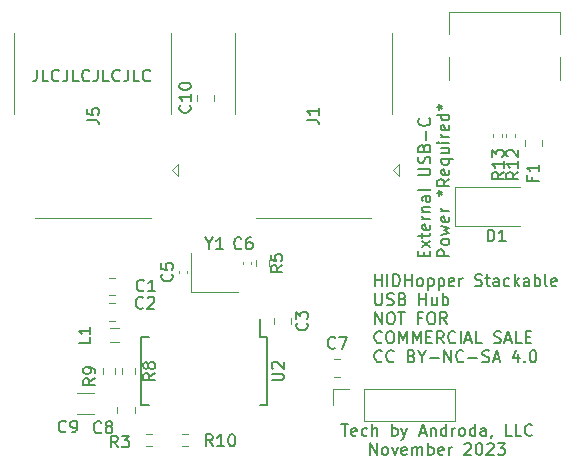
<source format=gbr>
%TF.GenerationSoftware,KiCad,Pcbnew,7.0.10-7.0.10~ubuntu22.04.1*%
%TF.CreationDate,2024-01-13T04:47:40-07:00*%
%TF.ProjectId,HIDHopper_Hub_Hat,48494448-6f70-4706-9572-5f4875625f48,rev?*%
%TF.SameCoordinates,Original*%
%TF.FileFunction,Legend,Top*%
%TF.FilePolarity,Positive*%
%FSLAX46Y46*%
G04 Gerber Fmt 4.6, Leading zero omitted, Abs format (unit mm)*
G04 Created by KiCad (PCBNEW 7.0.10-7.0.10~ubuntu22.04.1) date 2024-01-13 04:47:40*
%MOMM*%
%LPD*%
G01*
G04 APERTURE LIST*
%ADD10C,0.150000*%
%ADD11C,0.120000*%
G04 APERTURE END LIST*
D10*
X147622493Y-68049819D02*
X147622493Y-68764104D01*
X147622493Y-68764104D02*
X147574874Y-68906961D01*
X147574874Y-68906961D02*
X147479636Y-69002200D01*
X147479636Y-69002200D02*
X147336779Y-69049819D01*
X147336779Y-69049819D02*
X147241541Y-69049819D01*
X148574874Y-69049819D02*
X148098684Y-69049819D01*
X148098684Y-69049819D02*
X148098684Y-68049819D01*
X149479636Y-68954580D02*
X149432017Y-69002200D01*
X149432017Y-69002200D02*
X149289160Y-69049819D01*
X149289160Y-69049819D02*
X149193922Y-69049819D01*
X149193922Y-69049819D02*
X149051065Y-69002200D01*
X149051065Y-69002200D02*
X148955827Y-68906961D01*
X148955827Y-68906961D02*
X148908208Y-68811723D01*
X148908208Y-68811723D02*
X148860589Y-68621247D01*
X148860589Y-68621247D02*
X148860589Y-68478390D01*
X148860589Y-68478390D02*
X148908208Y-68287914D01*
X148908208Y-68287914D02*
X148955827Y-68192676D01*
X148955827Y-68192676D02*
X149051065Y-68097438D01*
X149051065Y-68097438D02*
X149193922Y-68049819D01*
X149193922Y-68049819D02*
X149289160Y-68049819D01*
X149289160Y-68049819D02*
X149432017Y-68097438D01*
X149432017Y-68097438D02*
X149479636Y-68145057D01*
X150193922Y-68049819D02*
X150193922Y-68764104D01*
X150193922Y-68764104D02*
X150146303Y-68906961D01*
X150146303Y-68906961D02*
X150051065Y-69002200D01*
X150051065Y-69002200D02*
X149908208Y-69049819D01*
X149908208Y-69049819D02*
X149812970Y-69049819D01*
X151146303Y-69049819D02*
X150670113Y-69049819D01*
X150670113Y-69049819D02*
X150670113Y-68049819D01*
X152051065Y-68954580D02*
X152003446Y-69002200D01*
X152003446Y-69002200D02*
X151860589Y-69049819D01*
X151860589Y-69049819D02*
X151765351Y-69049819D01*
X151765351Y-69049819D02*
X151622494Y-69002200D01*
X151622494Y-69002200D02*
X151527256Y-68906961D01*
X151527256Y-68906961D02*
X151479637Y-68811723D01*
X151479637Y-68811723D02*
X151432018Y-68621247D01*
X151432018Y-68621247D02*
X151432018Y-68478390D01*
X151432018Y-68478390D02*
X151479637Y-68287914D01*
X151479637Y-68287914D02*
X151527256Y-68192676D01*
X151527256Y-68192676D02*
X151622494Y-68097438D01*
X151622494Y-68097438D02*
X151765351Y-68049819D01*
X151765351Y-68049819D02*
X151860589Y-68049819D01*
X151860589Y-68049819D02*
X152003446Y-68097438D01*
X152003446Y-68097438D02*
X152051065Y-68145057D01*
X152765351Y-68049819D02*
X152765351Y-68764104D01*
X152765351Y-68764104D02*
X152717732Y-68906961D01*
X152717732Y-68906961D02*
X152622494Y-69002200D01*
X152622494Y-69002200D02*
X152479637Y-69049819D01*
X152479637Y-69049819D02*
X152384399Y-69049819D01*
X153717732Y-69049819D02*
X153241542Y-69049819D01*
X153241542Y-69049819D02*
X153241542Y-68049819D01*
X154622494Y-68954580D02*
X154574875Y-69002200D01*
X154574875Y-69002200D02*
X154432018Y-69049819D01*
X154432018Y-69049819D02*
X154336780Y-69049819D01*
X154336780Y-69049819D02*
X154193923Y-69002200D01*
X154193923Y-69002200D02*
X154098685Y-68906961D01*
X154098685Y-68906961D02*
X154051066Y-68811723D01*
X154051066Y-68811723D02*
X154003447Y-68621247D01*
X154003447Y-68621247D02*
X154003447Y-68478390D01*
X154003447Y-68478390D02*
X154051066Y-68287914D01*
X154051066Y-68287914D02*
X154098685Y-68192676D01*
X154098685Y-68192676D02*
X154193923Y-68097438D01*
X154193923Y-68097438D02*
X154336780Y-68049819D01*
X154336780Y-68049819D02*
X154432018Y-68049819D01*
X154432018Y-68049819D02*
X154574875Y-68097438D01*
X154574875Y-68097438D02*
X154622494Y-68145057D01*
X155336780Y-68049819D02*
X155336780Y-68764104D01*
X155336780Y-68764104D02*
X155289161Y-68906961D01*
X155289161Y-68906961D02*
X155193923Y-69002200D01*
X155193923Y-69002200D02*
X155051066Y-69049819D01*
X155051066Y-69049819D02*
X154955828Y-69049819D01*
X156289161Y-69049819D02*
X155812971Y-69049819D01*
X155812971Y-69049819D02*
X155812971Y-68049819D01*
X157193923Y-68954580D02*
X157146304Y-69002200D01*
X157146304Y-69002200D02*
X157003447Y-69049819D01*
X157003447Y-69049819D02*
X156908209Y-69049819D01*
X156908209Y-69049819D02*
X156765352Y-69002200D01*
X156765352Y-69002200D02*
X156670114Y-68906961D01*
X156670114Y-68906961D02*
X156622495Y-68811723D01*
X156622495Y-68811723D02*
X156574876Y-68621247D01*
X156574876Y-68621247D02*
X156574876Y-68478390D01*
X156574876Y-68478390D02*
X156622495Y-68287914D01*
X156622495Y-68287914D02*
X156670114Y-68192676D01*
X156670114Y-68192676D02*
X156765352Y-68097438D01*
X156765352Y-68097438D02*
X156908209Y-68049819D01*
X156908209Y-68049819D02*
X157003447Y-68049819D01*
X157003447Y-68049819D02*
X157146304Y-68097438D01*
X157146304Y-68097438D02*
X157193923Y-68145057D01*
X176236779Y-86379819D02*
X176236779Y-85379819D01*
X176236779Y-85856009D02*
X176808207Y-85856009D01*
X176808207Y-86379819D02*
X176808207Y-85379819D01*
X177284398Y-86379819D02*
X177284398Y-85379819D01*
X177760588Y-86379819D02*
X177760588Y-85379819D01*
X177760588Y-85379819D02*
X177998683Y-85379819D01*
X177998683Y-85379819D02*
X178141540Y-85427438D01*
X178141540Y-85427438D02*
X178236778Y-85522676D01*
X178236778Y-85522676D02*
X178284397Y-85617914D01*
X178284397Y-85617914D02*
X178332016Y-85808390D01*
X178332016Y-85808390D02*
X178332016Y-85951247D01*
X178332016Y-85951247D02*
X178284397Y-86141723D01*
X178284397Y-86141723D02*
X178236778Y-86236961D01*
X178236778Y-86236961D02*
X178141540Y-86332200D01*
X178141540Y-86332200D02*
X177998683Y-86379819D01*
X177998683Y-86379819D02*
X177760588Y-86379819D01*
X178760588Y-86379819D02*
X178760588Y-85379819D01*
X178760588Y-85856009D02*
X179332016Y-85856009D01*
X179332016Y-86379819D02*
X179332016Y-85379819D01*
X179951064Y-86379819D02*
X179855826Y-86332200D01*
X179855826Y-86332200D02*
X179808207Y-86284580D01*
X179808207Y-86284580D02*
X179760588Y-86189342D01*
X179760588Y-86189342D02*
X179760588Y-85903628D01*
X179760588Y-85903628D02*
X179808207Y-85808390D01*
X179808207Y-85808390D02*
X179855826Y-85760771D01*
X179855826Y-85760771D02*
X179951064Y-85713152D01*
X179951064Y-85713152D02*
X180093921Y-85713152D01*
X180093921Y-85713152D02*
X180189159Y-85760771D01*
X180189159Y-85760771D02*
X180236778Y-85808390D01*
X180236778Y-85808390D02*
X180284397Y-85903628D01*
X180284397Y-85903628D02*
X180284397Y-86189342D01*
X180284397Y-86189342D02*
X180236778Y-86284580D01*
X180236778Y-86284580D02*
X180189159Y-86332200D01*
X180189159Y-86332200D02*
X180093921Y-86379819D01*
X180093921Y-86379819D02*
X179951064Y-86379819D01*
X180712969Y-85713152D02*
X180712969Y-86713152D01*
X180712969Y-85760771D02*
X180808207Y-85713152D01*
X180808207Y-85713152D02*
X180998683Y-85713152D01*
X180998683Y-85713152D02*
X181093921Y-85760771D01*
X181093921Y-85760771D02*
X181141540Y-85808390D01*
X181141540Y-85808390D02*
X181189159Y-85903628D01*
X181189159Y-85903628D02*
X181189159Y-86189342D01*
X181189159Y-86189342D02*
X181141540Y-86284580D01*
X181141540Y-86284580D02*
X181093921Y-86332200D01*
X181093921Y-86332200D02*
X180998683Y-86379819D01*
X180998683Y-86379819D02*
X180808207Y-86379819D01*
X180808207Y-86379819D02*
X180712969Y-86332200D01*
X181617731Y-85713152D02*
X181617731Y-86713152D01*
X181617731Y-85760771D02*
X181712969Y-85713152D01*
X181712969Y-85713152D02*
X181903445Y-85713152D01*
X181903445Y-85713152D02*
X181998683Y-85760771D01*
X181998683Y-85760771D02*
X182046302Y-85808390D01*
X182046302Y-85808390D02*
X182093921Y-85903628D01*
X182093921Y-85903628D02*
X182093921Y-86189342D01*
X182093921Y-86189342D02*
X182046302Y-86284580D01*
X182046302Y-86284580D02*
X181998683Y-86332200D01*
X181998683Y-86332200D02*
X181903445Y-86379819D01*
X181903445Y-86379819D02*
X181712969Y-86379819D01*
X181712969Y-86379819D02*
X181617731Y-86332200D01*
X182903445Y-86332200D02*
X182808207Y-86379819D01*
X182808207Y-86379819D02*
X182617731Y-86379819D01*
X182617731Y-86379819D02*
X182522493Y-86332200D01*
X182522493Y-86332200D02*
X182474874Y-86236961D01*
X182474874Y-86236961D02*
X182474874Y-85856009D01*
X182474874Y-85856009D02*
X182522493Y-85760771D01*
X182522493Y-85760771D02*
X182617731Y-85713152D01*
X182617731Y-85713152D02*
X182808207Y-85713152D01*
X182808207Y-85713152D02*
X182903445Y-85760771D01*
X182903445Y-85760771D02*
X182951064Y-85856009D01*
X182951064Y-85856009D02*
X182951064Y-85951247D01*
X182951064Y-85951247D02*
X182474874Y-86046485D01*
X183379636Y-86379819D02*
X183379636Y-85713152D01*
X183379636Y-85903628D02*
X183427255Y-85808390D01*
X183427255Y-85808390D02*
X183474874Y-85760771D01*
X183474874Y-85760771D02*
X183570112Y-85713152D01*
X183570112Y-85713152D02*
X183665350Y-85713152D01*
X184712970Y-86332200D02*
X184855827Y-86379819D01*
X184855827Y-86379819D02*
X185093922Y-86379819D01*
X185093922Y-86379819D02*
X185189160Y-86332200D01*
X185189160Y-86332200D02*
X185236779Y-86284580D01*
X185236779Y-86284580D02*
X185284398Y-86189342D01*
X185284398Y-86189342D02*
X185284398Y-86094104D01*
X185284398Y-86094104D02*
X185236779Y-85998866D01*
X185236779Y-85998866D02*
X185189160Y-85951247D01*
X185189160Y-85951247D02*
X185093922Y-85903628D01*
X185093922Y-85903628D02*
X184903446Y-85856009D01*
X184903446Y-85856009D02*
X184808208Y-85808390D01*
X184808208Y-85808390D02*
X184760589Y-85760771D01*
X184760589Y-85760771D02*
X184712970Y-85665533D01*
X184712970Y-85665533D02*
X184712970Y-85570295D01*
X184712970Y-85570295D02*
X184760589Y-85475057D01*
X184760589Y-85475057D02*
X184808208Y-85427438D01*
X184808208Y-85427438D02*
X184903446Y-85379819D01*
X184903446Y-85379819D02*
X185141541Y-85379819D01*
X185141541Y-85379819D02*
X185284398Y-85427438D01*
X185570113Y-85713152D02*
X185951065Y-85713152D01*
X185712970Y-85379819D02*
X185712970Y-86236961D01*
X185712970Y-86236961D02*
X185760589Y-86332200D01*
X185760589Y-86332200D02*
X185855827Y-86379819D01*
X185855827Y-86379819D02*
X185951065Y-86379819D01*
X186712970Y-86379819D02*
X186712970Y-85856009D01*
X186712970Y-85856009D02*
X186665351Y-85760771D01*
X186665351Y-85760771D02*
X186570113Y-85713152D01*
X186570113Y-85713152D02*
X186379637Y-85713152D01*
X186379637Y-85713152D02*
X186284399Y-85760771D01*
X186712970Y-86332200D02*
X186617732Y-86379819D01*
X186617732Y-86379819D02*
X186379637Y-86379819D01*
X186379637Y-86379819D02*
X186284399Y-86332200D01*
X186284399Y-86332200D02*
X186236780Y-86236961D01*
X186236780Y-86236961D02*
X186236780Y-86141723D01*
X186236780Y-86141723D02*
X186284399Y-86046485D01*
X186284399Y-86046485D02*
X186379637Y-85998866D01*
X186379637Y-85998866D02*
X186617732Y-85998866D01*
X186617732Y-85998866D02*
X186712970Y-85951247D01*
X187617732Y-86332200D02*
X187522494Y-86379819D01*
X187522494Y-86379819D02*
X187332018Y-86379819D01*
X187332018Y-86379819D02*
X187236780Y-86332200D01*
X187236780Y-86332200D02*
X187189161Y-86284580D01*
X187189161Y-86284580D02*
X187141542Y-86189342D01*
X187141542Y-86189342D02*
X187141542Y-85903628D01*
X187141542Y-85903628D02*
X187189161Y-85808390D01*
X187189161Y-85808390D02*
X187236780Y-85760771D01*
X187236780Y-85760771D02*
X187332018Y-85713152D01*
X187332018Y-85713152D02*
X187522494Y-85713152D01*
X187522494Y-85713152D02*
X187617732Y-85760771D01*
X188046304Y-86379819D02*
X188046304Y-85379819D01*
X188141542Y-85998866D02*
X188427256Y-86379819D01*
X188427256Y-85713152D02*
X188046304Y-86094104D01*
X189284399Y-86379819D02*
X189284399Y-85856009D01*
X189284399Y-85856009D02*
X189236780Y-85760771D01*
X189236780Y-85760771D02*
X189141542Y-85713152D01*
X189141542Y-85713152D02*
X188951066Y-85713152D01*
X188951066Y-85713152D02*
X188855828Y-85760771D01*
X189284399Y-86332200D02*
X189189161Y-86379819D01*
X189189161Y-86379819D02*
X188951066Y-86379819D01*
X188951066Y-86379819D02*
X188855828Y-86332200D01*
X188855828Y-86332200D02*
X188808209Y-86236961D01*
X188808209Y-86236961D02*
X188808209Y-86141723D01*
X188808209Y-86141723D02*
X188855828Y-86046485D01*
X188855828Y-86046485D02*
X188951066Y-85998866D01*
X188951066Y-85998866D02*
X189189161Y-85998866D01*
X189189161Y-85998866D02*
X189284399Y-85951247D01*
X189760590Y-86379819D02*
X189760590Y-85379819D01*
X189760590Y-85760771D02*
X189855828Y-85713152D01*
X189855828Y-85713152D02*
X190046304Y-85713152D01*
X190046304Y-85713152D02*
X190141542Y-85760771D01*
X190141542Y-85760771D02*
X190189161Y-85808390D01*
X190189161Y-85808390D02*
X190236780Y-85903628D01*
X190236780Y-85903628D02*
X190236780Y-86189342D01*
X190236780Y-86189342D02*
X190189161Y-86284580D01*
X190189161Y-86284580D02*
X190141542Y-86332200D01*
X190141542Y-86332200D02*
X190046304Y-86379819D01*
X190046304Y-86379819D02*
X189855828Y-86379819D01*
X189855828Y-86379819D02*
X189760590Y-86332200D01*
X190808209Y-86379819D02*
X190712971Y-86332200D01*
X190712971Y-86332200D02*
X190665352Y-86236961D01*
X190665352Y-86236961D02*
X190665352Y-85379819D01*
X191570114Y-86332200D02*
X191474876Y-86379819D01*
X191474876Y-86379819D02*
X191284400Y-86379819D01*
X191284400Y-86379819D02*
X191189162Y-86332200D01*
X191189162Y-86332200D02*
X191141543Y-86236961D01*
X191141543Y-86236961D02*
X191141543Y-85856009D01*
X191141543Y-85856009D02*
X191189162Y-85760771D01*
X191189162Y-85760771D02*
X191284400Y-85713152D01*
X191284400Y-85713152D02*
X191474876Y-85713152D01*
X191474876Y-85713152D02*
X191570114Y-85760771D01*
X191570114Y-85760771D02*
X191617733Y-85856009D01*
X191617733Y-85856009D02*
X191617733Y-85951247D01*
X191617733Y-85951247D02*
X191141543Y-86046485D01*
X176236779Y-86989819D02*
X176236779Y-87799342D01*
X176236779Y-87799342D02*
X176284398Y-87894580D01*
X176284398Y-87894580D02*
X176332017Y-87942200D01*
X176332017Y-87942200D02*
X176427255Y-87989819D01*
X176427255Y-87989819D02*
X176617731Y-87989819D01*
X176617731Y-87989819D02*
X176712969Y-87942200D01*
X176712969Y-87942200D02*
X176760588Y-87894580D01*
X176760588Y-87894580D02*
X176808207Y-87799342D01*
X176808207Y-87799342D02*
X176808207Y-86989819D01*
X177236779Y-87942200D02*
X177379636Y-87989819D01*
X177379636Y-87989819D02*
X177617731Y-87989819D01*
X177617731Y-87989819D02*
X177712969Y-87942200D01*
X177712969Y-87942200D02*
X177760588Y-87894580D01*
X177760588Y-87894580D02*
X177808207Y-87799342D01*
X177808207Y-87799342D02*
X177808207Y-87704104D01*
X177808207Y-87704104D02*
X177760588Y-87608866D01*
X177760588Y-87608866D02*
X177712969Y-87561247D01*
X177712969Y-87561247D02*
X177617731Y-87513628D01*
X177617731Y-87513628D02*
X177427255Y-87466009D01*
X177427255Y-87466009D02*
X177332017Y-87418390D01*
X177332017Y-87418390D02*
X177284398Y-87370771D01*
X177284398Y-87370771D02*
X177236779Y-87275533D01*
X177236779Y-87275533D02*
X177236779Y-87180295D01*
X177236779Y-87180295D02*
X177284398Y-87085057D01*
X177284398Y-87085057D02*
X177332017Y-87037438D01*
X177332017Y-87037438D02*
X177427255Y-86989819D01*
X177427255Y-86989819D02*
X177665350Y-86989819D01*
X177665350Y-86989819D02*
X177808207Y-87037438D01*
X178570112Y-87466009D02*
X178712969Y-87513628D01*
X178712969Y-87513628D02*
X178760588Y-87561247D01*
X178760588Y-87561247D02*
X178808207Y-87656485D01*
X178808207Y-87656485D02*
X178808207Y-87799342D01*
X178808207Y-87799342D02*
X178760588Y-87894580D01*
X178760588Y-87894580D02*
X178712969Y-87942200D01*
X178712969Y-87942200D02*
X178617731Y-87989819D01*
X178617731Y-87989819D02*
X178236779Y-87989819D01*
X178236779Y-87989819D02*
X178236779Y-86989819D01*
X178236779Y-86989819D02*
X178570112Y-86989819D01*
X178570112Y-86989819D02*
X178665350Y-87037438D01*
X178665350Y-87037438D02*
X178712969Y-87085057D01*
X178712969Y-87085057D02*
X178760588Y-87180295D01*
X178760588Y-87180295D02*
X178760588Y-87275533D01*
X178760588Y-87275533D02*
X178712969Y-87370771D01*
X178712969Y-87370771D02*
X178665350Y-87418390D01*
X178665350Y-87418390D02*
X178570112Y-87466009D01*
X178570112Y-87466009D02*
X178236779Y-87466009D01*
X179998684Y-87989819D02*
X179998684Y-86989819D01*
X179998684Y-87466009D02*
X180570112Y-87466009D01*
X180570112Y-87989819D02*
X180570112Y-86989819D01*
X181474874Y-87323152D02*
X181474874Y-87989819D01*
X181046303Y-87323152D02*
X181046303Y-87846961D01*
X181046303Y-87846961D02*
X181093922Y-87942200D01*
X181093922Y-87942200D02*
X181189160Y-87989819D01*
X181189160Y-87989819D02*
X181332017Y-87989819D01*
X181332017Y-87989819D02*
X181427255Y-87942200D01*
X181427255Y-87942200D02*
X181474874Y-87894580D01*
X181951065Y-87989819D02*
X181951065Y-86989819D01*
X181951065Y-87370771D02*
X182046303Y-87323152D01*
X182046303Y-87323152D02*
X182236779Y-87323152D01*
X182236779Y-87323152D02*
X182332017Y-87370771D01*
X182332017Y-87370771D02*
X182379636Y-87418390D01*
X182379636Y-87418390D02*
X182427255Y-87513628D01*
X182427255Y-87513628D02*
X182427255Y-87799342D01*
X182427255Y-87799342D02*
X182379636Y-87894580D01*
X182379636Y-87894580D02*
X182332017Y-87942200D01*
X182332017Y-87942200D02*
X182236779Y-87989819D01*
X182236779Y-87989819D02*
X182046303Y-87989819D01*
X182046303Y-87989819D02*
X181951065Y-87942200D01*
X176236779Y-89599819D02*
X176236779Y-88599819D01*
X176236779Y-88599819D02*
X176808207Y-89599819D01*
X176808207Y-89599819D02*
X176808207Y-88599819D01*
X177474874Y-88599819D02*
X177665350Y-88599819D01*
X177665350Y-88599819D02*
X177760588Y-88647438D01*
X177760588Y-88647438D02*
X177855826Y-88742676D01*
X177855826Y-88742676D02*
X177903445Y-88933152D01*
X177903445Y-88933152D02*
X177903445Y-89266485D01*
X177903445Y-89266485D02*
X177855826Y-89456961D01*
X177855826Y-89456961D02*
X177760588Y-89552200D01*
X177760588Y-89552200D02*
X177665350Y-89599819D01*
X177665350Y-89599819D02*
X177474874Y-89599819D01*
X177474874Y-89599819D02*
X177379636Y-89552200D01*
X177379636Y-89552200D02*
X177284398Y-89456961D01*
X177284398Y-89456961D02*
X177236779Y-89266485D01*
X177236779Y-89266485D02*
X177236779Y-88933152D01*
X177236779Y-88933152D02*
X177284398Y-88742676D01*
X177284398Y-88742676D02*
X177379636Y-88647438D01*
X177379636Y-88647438D02*
X177474874Y-88599819D01*
X178189160Y-88599819D02*
X178760588Y-88599819D01*
X178474874Y-89599819D02*
X178474874Y-88599819D01*
X180189160Y-89076009D02*
X179855827Y-89076009D01*
X179855827Y-89599819D02*
X179855827Y-88599819D01*
X179855827Y-88599819D02*
X180332017Y-88599819D01*
X180903446Y-88599819D02*
X181093922Y-88599819D01*
X181093922Y-88599819D02*
X181189160Y-88647438D01*
X181189160Y-88647438D02*
X181284398Y-88742676D01*
X181284398Y-88742676D02*
X181332017Y-88933152D01*
X181332017Y-88933152D02*
X181332017Y-89266485D01*
X181332017Y-89266485D02*
X181284398Y-89456961D01*
X181284398Y-89456961D02*
X181189160Y-89552200D01*
X181189160Y-89552200D02*
X181093922Y-89599819D01*
X181093922Y-89599819D02*
X180903446Y-89599819D01*
X180903446Y-89599819D02*
X180808208Y-89552200D01*
X180808208Y-89552200D02*
X180712970Y-89456961D01*
X180712970Y-89456961D02*
X180665351Y-89266485D01*
X180665351Y-89266485D02*
X180665351Y-88933152D01*
X180665351Y-88933152D02*
X180712970Y-88742676D01*
X180712970Y-88742676D02*
X180808208Y-88647438D01*
X180808208Y-88647438D02*
X180903446Y-88599819D01*
X182332017Y-89599819D02*
X181998684Y-89123628D01*
X181760589Y-89599819D02*
X181760589Y-88599819D01*
X181760589Y-88599819D02*
X182141541Y-88599819D01*
X182141541Y-88599819D02*
X182236779Y-88647438D01*
X182236779Y-88647438D02*
X182284398Y-88695057D01*
X182284398Y-88695057D02*
X182332017Y-88790295D01*
X182332017Y-88790295D02*
X182332017Y-88933152D01*
X182332017Y-88933152D02*
X182284398Y-89028390D01*
X182284398Y-89028390D02*
X182236779Y-89076009D01*
X182236779Y-89076009D02*
X182141541Y-89123628D01*
X182141541Y-89123628D02*
X181760589Y-89123628D01*
X176808207Y-91114580D02*
X176760588Y-91162200D01*
X176760588Y-91162200D02*
X176617731Y-91209819D01*
X176617731Y-91209819D02*
X176522493Y-91209819D01*
X176522493Y-91209819D02*
X176379636Y-91162200D01*
X176379636Y-91162200D02*
X176284398Y-91066961D01*
X176284398Y-91066961D02*
X176236779Y-90971723D01*
X176236779Y-90971723D02*
X176189160Y-90781247D01*
X176189160Y-90781247D02*
X176189160Y-90638390D01*
X176189160Y-90638390D02*
X176236779Y-90447914D01*
X176236779Y-90447914D02*
X176284398Y-90352676D01*
X176284398Y-90352676D02*
X176379636Y-90257438D01*
X176379636Y-90257438D02*
X176522493Y-90209819D01*
X176522493Y-90209819D02*
X176617731Y-90209819D01*
X176617731Y-90209819D02*
X176760588Y-90257438D01*
X176760588Y-90257438D02*
X176808207Y-90305057D01*
X177427255Y-90209819D02*
X177617731Y-90209819D01*
X177617731Y-90209819D02*
X177712969Y-90257438D01*
X177712969Y-90257438D02*
X177808207Y-90352676D01*
X177808207Y-90352676D02*
X177855826Y-90543152D01*
X177855826Y-90543152D02*
X177855826Y-90876485D01*
X177855826Y-90876485D02*
X177808207Y-91066961D01*
X177808207Y-91066961D02*
X177712969Y-91162200D01*
X177712969Y-91162200D02*
X177617731Y-91209819D01*
X177617731Y-91209819D02*
X177427255Y-91209819D01*
X177427255Y-91209819D02*
X177332017Y-91162200D01*
X177332017Y-91162200D02*
X177236779Y-91066961D01*
X177236779Y-91066961D02*
X177189160Y-90876485D01*
X177189160Y-90876485D02*
X177189160Y-90543152D01*
X177189160Y-90543152D02*
X177236779Y-90352676D01*
X177236779Y-90352676D02*
X177332017Y-90257438D01*
X177332017Y-90257438D02*
X177427255Y-90209819D01*
X178284398Y-91209819D02*
X178284398Y-90209819D01*
X178284398Y-90209819D02*
X178617731Y-90924104D01*
X178617731Y-90924104D02*
X178951064Y-90209819D01*
X178951064Y-90209819D02*
X178951064Y-91209819D01*
X179427255Y-91209819D02*
X179427255Y-90209819D01*
X179427255Y-90209819D02*
X179760588Y-90924104D01*
X179760588Y-90924104D02*
X180093921Y-90209819D01*
X180093921Y-90209819D02*
X180093921Y-91209819D01*
X180570112Y-90686009D02*
X180903445Y-90686009D01*
X181046302Y-91209819D02*
X180570112Y-91209819D01*
X180570112Y-91209819D02*
X180570112Y-90209819D01*
X180570112Y-90209819D02*
X181046302Y-90209819D01*
X182046302Y-91209819D02*
X181712969Y-90733628D01*
X181474874Y-91209819D02*
X181474874Y-90209819D01*
X181474874Y-90209819D02*
X181855826Y-90209819D01*
X181855826Y-90209819D02*
X181951064Y-90257438D01*
X181951064Y-90257438D02*
X181998683Y-90305057D01*
X181998683Y-90305057D02*
X182046302Y-90400295D01*
X182046302Y-90400295D02*
X182046302Y-90543152D01*
X182046302Y-90543152D02*
X181998683Y-90638390D01*
X181998683Y-90638390D02*
X181951064Y-90686009D01*
X181951064Y-90686009D02*
X181855826Y-90733628D01*
X181855826Y-90733628D02*
X181474874Y-90733628D01*
X183046302Y-91114580D02*
X182998683Y-91162200D01*
X182998683Y-91162200D02*
X182855826Y-91209819D01*
X182855826Y-91209819D02*
X182760588Y-91209819D01*
X182760588Y-91209819D02*
X182617731Y-91162200D01*
X182617731Y-91162200D02*
X182522493Y-91066961D01*
X182522493Y-91066961D02*
X182474874Y-90971723D01*
X182474874Y-90971723D02*
X182427255Y-90781247D01*
X182427255Y-90781247D02*
X182427255Y-90638390D01*
X182427255Y-90638390D02*
X182474874Y-90447914D01*
X182474874Y-90447914D02*
X182522493Y-90352676D01*
X182522493Y-90352676D02*
X182617731Y-90257438D01*
X182617731Y-90257438D02*
X182760588Y-90209819D01*
X182760588Y-90209819D02*
X182855826Y-90209819D01*
X182855826Y-90209819D02*
X182998683Y-90257438D01*
X182998683Y-90257438D02*
X183046302Y-90305057D01*
X183474874Y-91209819D02*
X183474874Y-90209819D01*
X183903445Y-90924104D02*
X184379635Y-90924104D01*
X183808207Y-91209819D02*
X184141540Y-90209819D01*
X184141540Y-90209819D02*
X184474873Y-91209819D01*
X185284397Y-91209819D02*
X184808207Y-91209819D01*
X184808207Y-91209819D02*
X184808207Y-90209819D01*
X186332017Y-91162200D02*
X186474874Y-91209819D01*
X186474874Y-91209819D02*
X186712969Y-91209819D01*
X186712969Y-91209819D02*
X186808207Y-91162200D01*
X186808207Y-91162200D02*
X186855826Y-91114580D01*
X186855826Y-91114580D02*
X186903445Y-91019342D01*
X186903445Y-91019342D02*
X186903445Y-90924104D01*
X186903445Y-90924104D02*
X186855826Y-90828866D01*
X186855826Y-90828866D02*
X186808207Y-90781247D01*
X186808207Y-90781247D02*
X186712969Y-90733628D01*
X186712969Y-90733628D02*
X186522493Y-90686009D01*
X186522493Y-90686009D02*
X186427255Y-90638390D01*
X186427255Y-90638390D02*
X186379636Y-90590771D01*
X186379636Y-90590771D02*
X186332017Y-90495533D01*
X186332017Y-90495533D02*
X186332017Y-90400295D01*
X186332017Y-90400295D02*
X186379636Y-90305057D01*
X186379636Y-90305057D02*
X186427255Y-90257438D01*
X186427255Y-90257438D02*
X186522493Y-90209819D01*
X186522493Y-90209819D02*
X186760588Y-90209819D01*
X186760588Y-90209819D02*
X186903445Y-90257438D01*
X187284398Y-90924104D02*
X187760588Y-90924104D01*
X187189160Y-91209819D02*
X187522493Y-90209819D01*
X187522493Y-90209819D02*
X187855826Y-91209819D01*
X188665350Y-91209819D02*
X188189160Y-91209819D01*
X188189160Y-91209819D02*
X188189160Y-90209819D01*
X188998684Y-90686009D02*
X189332017Y-90686009D01*
X189474874Y-91209819D02*
X188998684Y-91209819D01*
X188998684Y-91209819D02*
X188998684Y-90209819D01*
X188998684Y-90209819D02*
X189474874Y-90209819D01*
X176808207Y-92724580D02*
X176760588Y-92772200D01*
X176760588Y-92772200D02*
X176617731Y-92819819D01*
X176617731Y-92819819D02*
X176522493Y-92819819D01*
X176522493Y-92819819D02*
X176379636Y-92772200D01*
X176379636Y-92772200D02*
X176284398Y-92676961D01*
X176284398Y-92676961D02*
X176236779Y-92581723D01*
X176236779Y-92581723D02*
X176189160Y-92391247D01*
X176189160Y-92391247D02*
X176189160Y-92248390D01*
X176189160Y-92248390D02*
X176236779Y-92057914D01*
X176236779Y-92057914D02*
X176284398Y-91962676D01*
X176284398Y-91962676D02*
X176379636Y-91867438D01*
X176379636Y-91867438D02*
X176522493Y-91819819D01*
X176522493Y-91819819D02*
X176617731Y-91819819D01*
X176617731Y-91819819D02*
X176760588Y-91867438D01*
X176760588Y-91867438D02*
X176808207Y-91915057D01*
X177808207Y-92724580D02*
X177760588Y-92772200D01*
X177760588Y-92772200D02*
X177617731Y-92819819D01*
X177617731Y-92819819D02*
X177522493Y-92819819D01*
X177522493Y-92819819D02*
X177379636Y-92772200D01*
X177379636Y-92772200D02*
X177284398Y-92676961D01*
X177284398Y-92676961D02*
X177236779Y-92581723D01*
X177236779Y-92581723D02*
X177189160Y-92391247D01*
X177189160Y-92391247D02*
X177189160Y-92248390D01*
X177189160Y-92248390D02*
X177236779Y-92057914D01*
X177236779Y-92057914D02*
X177284398Y-91962676D01*
X177284398Y-91962676D02*
X177379636Y-91867438D01*
X177379636Y-91867438D02*
X177522493Y-91819819D01*
X177522493Y-91819819D02*
X177617731Y-91819819D01*
X177617731Y-91819819D02*
X177760588Y-91867438D01*
X177760588Y-91867438D02*
X177808207Y-91915057D01*
X179332017Y-92296009D02*
X179474874Y-92343628D01*
X179474874Y-92343628D02*
X179522493Y-92391247D01*
X179522493Y-92391247D02*
X179570112Y-92486485D01*
X179570112Y-92486485D02*
X179570112Y-92629342D01*
X179570112Y-92629342D02*
X179522493Y-92724580D01*
X179522493Y-92724580D02*
X179474874Y-92772200D01*
X179474874Y-92772200D02*
X179379636Y-92819819D01*
X179379636Y-92819819D02*
X178998684Y-92819819D01*
X178998684Y-92819819D02*
X178998684Y-91819819D01*
X178998684Y-91819819D02*
X179332017Y-91819819D01*
X179332017Y-91819819D02*
X179427255Y-91867438D01*
X179427255Y-91867438D02*
X179474874Y-91915057D01*
X179474874Y-91915057D02*
X179522493Y-92010295D01*
X179522493Y-92010295D02*
X179522493Y-92105533D01*
X179522493Y-92105533D02*
X179474874Y-92200771D01*
X179474874Y-92200771D02*
X179427255Y-92248390D01*
X179427255Y-92248390D02*
X179332017Y-92296009D01*
X179332017Y-92296009D02*
X178998684Y-92296009D01*
X180189160Y-92343628D02*
X180189160Y-92819819D01*
X179855827Y-91819819D02*
X180189160Y-92343628D01*
X180189160Y-92343628D02*
X180522493Y-91819819D01*
X180855827Y-92438866D02*
X181617732Y-92438866D01*
X182093922Y-92819819D02*
X182093922Y-91819819D01*
X182093922Y-91819819D02*
X182665350Y-92819819D01*
X182665350Y-92819819D02*
X182665350Y-91819819D01*
X183712969Y-92724580D02*
X183665350Y-92772200D01*
X183665350Y-92772200D02*
X183522493Y-92819819D01*
X183522493Y-92819819D02*
X183427255Y-92819819D01*
X183427255Y-92819819D02*
X183284398Y-92772200D01*
X183284398Y-92772200D02*
X183189160Y-92676961D01*
X183189160Y-92676961D02*
X183141541Y-92581723D01*
X183141541Y-92581723D02*
X183093922Y-92391247D01*
X183093922Y-92391247D02*
X183093922Y-92248390D01*
X183093922Y-92248390D02*
X183141541Y-92057914D01*
X183141541Y-92057914D02*
X183189160Y-91962676D01*
X183189160Y-91962676D02*
X183284398Y-91867438D01*
X183284398Y-91867438D02*
X183427255Y-91819819D01*
X183427255Y-91819819D02*
X183522493Y-91819819D01*
X183522493Y-91819819D02*
X183665350Y-91867438D01*
X183665350Y-91867438D02*
X183712969Y-91915057D01*
X184141541Y-92438866D02*
X184903446Y-92438866D01*
X185332017Y-92772200D02*
X185474874Y-92819819D01*
X185474874Y-92819819D02*
X185712969Y-92819819D01*
X185712969Y-92819819D02*
X185808207Y-92772200D01*
X185808207Y-92772200D02*
X185855826Y-92724580D01*
X185855826Y-92724580D02*
X185903445Y-92629342D01*
X185903445Y-92629342D02*
X185903445Y-92534104D01*
X185903445Y-92534104D02*
X185855826Y-92438866D01*
X185855826Y-92438866D02*
X185808207Y-92391247D01*
X185808207Y-92391247D02*
X185712969Y-92343628D01*
X185712969Y-92343628D02*
X185522493Y-92296009D01*
X185522493Y-92296009D02*
X185427255Y-92248390D01*
X185427255Y-92248390D02*
X185379636Y-92200771D01*
X185379636Y-92200771D02*
X185332017Y-92105533D01*
X185332017Y-92105533D02*
X185332017Y-92010295D01*
X185332017Y-92010295D02*
X185379636Y-91915057D01*
X185379636Y-91915057D02*
X185427255Y-91867438D01*
X185427255Y-91867438D02*
X185522493Y-91819819D01*
X185522493Y-91819819D02*
X185760588Y-91819819D01*
X185760588Y-91819819D02*
X185903445Y-91867438D01*
X186284398Y-92534104D02*
X186760588Y-92534104D01*
X186189160Y-92819819D02*
X186522493Y-91819819D01*
X186522493Y-91819819D02*
X186855826Y-92819819D01*
X188379636Y-92153152D02*
X188379636Y-92819819D01*
X188141541Y-91772200D02*
X187903446Y-92486485D01*
X187903446Y-92486485D02*
X188522493Y-92486485D01*
X188903446Y-92724580D02*
X188951065Y-92772200D01*
X188951065Y-92772200D02*
X188903446Y-92819819D01*
X188903446Y-92819819D02*
X188855827Y-92772200D01*
X188855827Y-92772200D02*
X188903446Y-92724580D01*
X188903446Y-92724580D02*
X188903446Y-92819819D01*
X189570112Y-91819819D02*
X189665350Y-91819819D01*
X189665350Y-91819819D02*
X189760588Y-91867438D01*
X189760588Y-91867438D02*
X189808207Y-91915057D01*
X189808207Y-91915057D02*
X189855826Y-92010295D01*
X189855826Y-92010295D02*
X189903445Y-92200771D01*
X189903445Y-92200771D02*
X189903445Y-92438866D01*
X189903445Y-92438866D02*
X189855826Y-92629342D01*
X189855826Y-92629342D02*
X189808207Y-92724580D01*
X189808207Y-92724580D02*
X189760588Y-92772200D01*
X189760588Y-92772200D02*
X189665350Y-92819819D01*
X189665350Y-92819819D02*
X189570112Y-92819819D01*
X189570112Y-92819819D02*
X189474874Y-92772200D01*
X189474874Y-92772200D02*
X189427255Y-92724580D01*
X189427255Y-92724580D02*
X189379636Y-92629342D01*
X189379636Y-92629342D02*
X189332017Y-92438866D01*
X189332017Y-92438866D02*
X189332017Y-92200771D01*
X189332017Y-92200771D02*
X189379636Y-92010295D01*
X189379636Y-92010295D02*
X189427255Y-91915057D01*
X189427255Y-91915057D02*
X189474874Y-91867438D01*
X189474874Y-91867438D02*
X189570112Y-91819819D01*
X180386009Y-83853220D02*
X180386009Y-83519887D01*
X180909819Y-83377030D02*
X180909819Y-83853220D01*
X180909819Y-83853220D02*
X179909819Y-83853220D01*
X179909819Y-83853220D02*
X179909819Y-83377030D01*
X180909819Y-83043696D02*
X180243152Y-82519887D01*
X180243152Y-83043696D02*
X180909819Y-82519887D01*
X180243152Y-82281791D02*
X180243152Y-81900839D01*
X179909819Y-82138934D02*
X180766961Y-82138934D01*
X180766961Y-82138934D02*
X180862200Y-82091315D01*
X180862200Y-82091315D02*
X180909819Y-81996077D01*
X180909819Y-81996077D02*
X180909819Y-81900839D01*
X180862200Y-81186553D02*
X180909819Y-81281791D01*
X180909819Y-81281791D02*
X180909819Y-81472267D01*
X180909819Y-81472267D02*
X180862200Y-81567505D01*
X180862200Y-81567505D02*
X180766961Y-81615124D01*
X180766961Y-81615124D02*
X180386009Y-81615124D01*
X180386009Y-81615124D02*
X180290771Y-81567505D01*
X180290771Y-81567505D02*
X180243152Y-81472267D01*
X180243152Y-81472267D02*
X180243152Y-81281791D01*
X180243152Y-81281791D02*
X180290771Y-81186553D01*
X180290771Y-81186553D02*
X180386009Y-81138934D01*
X180386009Y-81138934D02*
X180481247Y-81138934D01*
X180481247Y-81138934D02*
X180576485Y-81615124D01*
X180909819Y-80710362D02*
X180243152Y-80710362D01*
X180433628Y-80710362D02*
X180338390Y-80662743D01*
X180338390Y-80662743D02*
X180290771Y-80615124D01*
X180290771Y-80615124D02*
X180243152Y-80519886D01*
X180243152Y-80519886D02*
X180243152Y-80424648D01*
X180243152Y-80091314D02*
X180909819Y-80091314D01*
X180338390Y-80091314D02*
X180290771Y-80043695D01*
X180290771Y-80043695D02*
X180243152Y-79948457D01*
X180243152Y-79948457D02*
X180243152Y-79805600D01*
X180243152Y-79805600D02*
X180290771Y-79710362D01*
X180290771Y-79710362D02*
X180386009Y-79662743D01*
X180386009Y-79662743D02*
X180909819Y-79662743D01*
X180909819Y-78757981D02*
X180386009Y-78757981D01*
X180386009Y-78757981D02*
X180290771Y-78805600D01*
X180290771Y-78805600D02*
X180243152Y-78900838D01*
X180243152Y-78900838D02*
X180243152Y-79091314D01*
X180243152Y-79091314D02*
X180290771Y-79186552D01*
X180862200Y-78757981D02*
X180909819Y-78853219D01*
X180909819Y-78853219D02*
X180909819Y-79091314D01*
X180909819Y-79091314D02*
X180862200Y-79186552D01*
X180862200Y-79186552D02*
X180766961Y-79234171D01*
X180766961Y-79234171D02*
X180671723Y-79234171D01*
X180671723Y-79234171D02*
X180576485Y-79186552D01*
X180576485Y-79186552D02*
X180528866Y-79091314D01*
X180528866Y-79091314D02*
X180528866Y-78853219D01*
X180528866Y-78853219D02*
X180481247Y-78757981D01*
X180909819Y-78138933D02*
X180862200Y-78234171D01*
X180862200Y-78234171D02*
X180766961Y-78281790D01*
X180766961Y-78281790D02*
X179909819Y-78281790D01*
X179909819Y-76996075D02*
X180719342Y-76996075D01*
X180719342Y-76996075D02*
X180814580Y-76948456D01*
X180814580Y-76948456D02*
X180862200Y-76900837D01*
X180862200Y-76900837D02*
X180909819Y-76805599D01*
X180909819Y-76805599D02*
X180909819Y-76615123D01*
X180909819Y-76615123D02*
X180862200Y-76519885D01*
X180862200Y-76519885D02*
X180814580Y-76472266D01*
X180814580Y-76472266D02*
X180719342Y-76424647D01*
X180719342Y-76424647D02*
X179909819Y-76424647D01*
X180862200Y-75996075D02*
X180909819Y-75853218D01*
X180909819Y-75853218D02*
X180909819Y-75615123D01*
X180909819Y-75615123D02*
X180862200Y-75519885D01*
X180862200Y-75519885D02*
X180814580Y-75472266D01*
X180814580Y-75472266D02*
X180719342Y-75424647D01*
X180719342Y-75424647D02*
X180624104Y-75424647D01*
X180624104Y-75424647D02*
X180528866Y-75472266D01*
X180528866Y-75472266D02*
X180481247Y-75519885D01*
X180481247Y-75519885D02*
X180433628Y-75615123D01*
X180433628Y-75615123D02*
X180386009Y-75805599D01*
X180386009Y-75805599D02*
X180338390Y-75900837D01*
X180338390Y-75900837D02*
X180290771Y-75948456D01*
X180290771Y-75948456D02*
X180195533Y-75996075D01*
X180195533Y-75996075D02*
X180100295Y-75996075D01*
X180100295Y-75996075D02*
X180005057Y-75948456D01*
X180005057Y-75948456D02*
X179957438Y-75900837D01*
X179957438Y-75900837D02*
X179909819Y-75805599D01*
X179909819Y-75805599D02*
X179909819Y-75567504D01*
X179909819Y-75567504D02*
X179957438Y-75424647D01*
X180386009Y-74662742D02*
X180433628Y-74519885D01*
X180433628Y-74519885D02*
X180481247Y-74472266D01*
X180481247Y-74472266D02*
X180576485Y-74424647D01*
X180576485Y-74424647D02*
X180719342Y-74424647D01*
X180719342Y-74424647D02*
X180814580Y-74472266D01*
X180814580Y-74472266D02*
X180862200Y-74519885D01*
X180862200Y-74519885D02*
X180909819Y-74615123D01*
X180909819Y-74615123D02*
X180909819Y-74996075D01*
X180909819Y-74996075D02*
X179909819Y-74996075D01*
X179909819Y-74996075D02*
X179909819Y-74662742D01*
X179909819Y-74662742D02*
X179957438Y-74567504D01*
X179957438Y-74567504D02*
X180005057Y-74519885D01*
X180005057Y-74519885D02*
X180100295Y-74472266D01*
X180100295Y-74472266D02*
X180195533Y-74472266D01*
X180195533Y-74472266D02*
X180290771Y-74519885D01*
X180290771Y-74519885D02*
X180338390Y-74567504D01*
X180338390Y-74567504D02*
X180386009Y-74662742D01*
X180386009Y-74662742D02*
X180386009Y-74996075D01*
X180528866Y-73996075D02*
X180528866Y-73234171D01*
X180814580Y-72186552D02*
X180862200Y-72234171D01*
X180862200Y-72234171D02*
X180909819Y-72377028D01*
X180909819Y-72377028D02*
X180909819Y-72472266D01*
X180909819Y-72472266D02*
X180862200Y-72615123D01*
X180862200Y-72615123D02*
X180766961Y-72710361D01*
X180766961Y-72710361D02*
X180671723Y-72757980D01*
X180671723Y-72757980D02*
X180481247Y-72805599D01*
X180481247Y-72805599D02*
X180338390Y-72805599D01*
X180338390Y-72805599D02*
X180147914Y-72757980D01*
X180147914Y-72757980D02*
X180052676Y-72710361D01*
X180052676Y-72710361D02*
X179957438Y-72615123D01*
X179957438Y-72615123D02*
X179909819Y-72472266D01*
X179909819Y-72472266D02*
X179909819Y-72377028D01*
X179909819Y-72377028D02*
X179957438Y-72234171D01*
X179957438Y-72234171D02*
X180005057Y-72186552D01*
X182519819Y-83853220D02*
X181519819Y-83853220D01*
X181519819Y-83853220D02*
X181519819Y-83472268D01*
X181519819Y-83472268D02*
X181567438Y-83377030D01*
X181567438Y-83377030D02*
X181615057Y-83329411D01*
X181615057Y-83329411D02*
X181710295Y-83281792D01*
X181710295Y-83281792D02*
X181853152Y-83281792D01*
X181853152Y-83281792D02*
X181948390Y-83329411D01*
X181948390Y-83329411D02*
X181996009Y-83377030D01*
X181996009Y-83377030D02*
X182043628Y-83472268D01*
X182043628Y-83472268D02*
X182043628Y-83853220D01*
X182519819Y-82710363D02*
X182472200Y-82805601D01*
X182472200Y-82805601D02*
X182424580Y-82853220D01*
X182424580Y-82853220D02*
X182329342Y-82900839D01*
X182329342Y-82900839D02*
X182043628Y-82900839D01*
X182043628Y-82900839D02*
X181948390Y-82853220D01*
X181948390Y-82853220D02*
X181900771Y-82805601D01*
X181900771Y-82805601D02*
X181853152Y-82710363D01*
X181853152Y-82710363D02*
X181853152Y-82567506D01*
X181853152Y-82567506D02*
X181900771Y-82472268D01*
X181900771Y-82472268D02*
X181948390Y-82424649D01*
X181948390Y-82424649D02*
X182043628Y-82377030D01*
X182043628Y-82377030D02*
X182329342Y-82377030D01*
X182329342Y-82377030D02*
X182424580Y-82424649D01*
X182424580Y-82424649D02*
X182472200Y-82472268D01*
X182472200Y-82472268D02*
X182519819Y-82567506D01*
X182519819Y-82567506D02*
X182519819Y-82710363D01*
X181853152Y-82043696D02*
X182519819Y-81853220D01*
X182519819Y-81853220D02*
X182043628Y-81662744D01*
X182043628Y-81662744D02*
X182519819Y-81472268D01*
X182519819Y-81472268D02*
X181853152Y-81281792D01*
X182472200Y-80519887D02*
X182519819Y-80615125D01*
X182519819Y-80615125D02*
X182519819Y-80805601D01*
X182519819Y-80805601D02*
X182472200Y-80900839D01*
X182472200Y-80900839D02*
X182376961Y-80948458D01*
X182376961Y-80948458D02*
X181996009Y-80948458D01*
X181996009Y-80948458D02*
X181900771Y-80900839D01*
X181900771Y-80900839D02*
X181853152Y-80805601D01*
X181853152Y-80805601D02*
X181853152Y-80615125D01*
X181853152Y-80615125D02*
X181900771Y-80519887D01*
X181900771Y-80519887D02*
X181996009Y-80472268D01*
X181996009Y-80472268D02*
X182091247Y-80472268D01*
X182091247Y-80472268D02*
X182186485Y-80948458D01*
X182519819Y-80043696D02*
X181853152Y-80043696D01*
X182043628Y-80043696D02*
X181948390Y-79996077D01*
X181948390Y-79996077D02*
X181900771Y-79948458D01*
X181900771Y-79948458D02*
X181853152Y-79853220D01*
X181853152Y-79853220D02*
X181853152Y-79757982D01*
X181519819Y-78519886D02*
X181757914Y-78519886D01*
X181662676Y-78757981D02*
X181757914Y-78519886D01*
X181757914Y-78519886D02*
X181662676Y-78281791D01*
X181948390Y-78662743D02*
X181757914Y-78519886D01*
X181757914Y-78519886D02*
X181948390Y-78377029D01*
X182519819Y-77329410D02*
X182043628Y-77662743D01*
X182519819Y-77900838D02*
X181519819Y-77900838D01*
X181519819Y-77900838D02*
X181519819Y-77519886D01*
X181519819Y-77519886D02*
X181567438Y-77424648D01*
X181567438Y-77424648D02*
X181615057Y-77377029D01*
X181615057Y-77377029D02*
X181710295Y-77329410D01*
X181710295Y-77329410D02*
X181853152Y-77329410D01*
X181853152Y-77329410D02*
X181948390Y-77377029D01*
X181948390Y-77377029D02*
X181996009Y-77424648D01*
X181996009Y-77424648D02*
X182043628Y-77519886D01*
X182043628Y-77519886D02*
X182043628Y-77900838D01*
X182472200Y-76519886D02*
X182519819Y-76615124D01*
X182519819Y-76615124D02*
X182519819Y-76805600D01*
X182519819Y-76805600D02*
X182472200Y-76900838D01*
X182472200Y-76900838D02*
X182376961Y-76948457D01*
X182376961Y-76948457D02*
X181996009Y-76948457D01*
X181996009Y-76948457D02*
X181900771Y-76900838D01*
X181900771Y-76900838D02*
X181853152Y-76805600D01*
X181853152Y-76805600D02*
X181853152Y-76615124D01*
X181853152Y-76615124D02*
X181900771Y-76519886D01*
X181900771Y-76519886D02*
X181996009Y-76472267D01*
X181996009Y-76472267D02*
X182091247Y-76472267D01*
X182091247Y-76472267D02*
X182186485Y-76948457D01*
X181853152Y-75615124D02*
X182853152Y-75615124D01*
X182472200Y-75615124D02*
X182519819Y-75710362D01*
X182519819Y-75710362D02*
X182519819Y-75900838D01*
X182519819Y-75900838D02*
X182472200Y-75996076D01*
X182472200Y-75996076D02*
X182424580Y-76043695D01*
X182424580Y-76043695D02*
X182329342Y-76091314D01*
X182329342Y-76091314D02*
X182043628Y-76091314D01*
X182043628Y-76091314D02*
X181948390Y-76043695D01*
X181948390Y-76043695D02*
X181900771Y-75996076D01*
X181900771Y-75996076D02*
X181853152Y-75900838D01*
X181853152Y-75900838D02*
X181853152Y-75710362D01*
X181853152Y-75710362D02*
X181900771Y-75615124D01*
X181853152Y-74710362D02*
X182519819Y-74710362D01*
X181853152Y-75138933D02*
X182376961Y-75138933D01*
X182376961Y-75138933D02*
X182472200Y-75091314D01*
X182472200Y-75091314D02*
X182519819Y-74996076D01*
X182519819Y-74996076D02*
X182519819Y-74853219D01*
X182519819Y-74853219D02*
X182472200Y-74757981D01*
X182472200Y-74757981D02*
X182424580Y-74710362D01*
X182519819Y-74234171D02*
X181853152Y-74234171D01*
X181519819Y-74234171D02*
X181567438Y-74281790D01*
X181567438Y-74281790D02*
X181615057Y-74234171D01*
X181615057Y-74234171D02*
X181567438Y-74186552D01*
X181567438Y-74186552D02*
X181519819Y-74234171D01*
X181519819Y-74234171D02*
X181615057Y-74234171D01*
X182519819Y-73757981D02*
X181853152Y-73757981D01*
X182043628Y-73757981D02*
X181948390Y-73710362D01*
X181948390Y-73710362D02*
X181900771Y-73662743D01*
X181900771Y-73662743D02*
X181853152Y-73567505D01*
X181853152Y-73567505D02*
X181853152Y-73472267D01*
X182472200Y-72757981D02*
X182519819Y-72853219D01*
X182519819Y-72853219D02*
X182519819Y-73043695D01*
X182519819Y-73043695D02*
X182472200Y-73138933D01*
X182472200Y-73138933D02*
X182376961Y-73186552D01*
X182376961Y-73186552D02*
X181996009Y-73186552D01*
X181996009Y-73186552D02*
X181900771Y-73138933D01*
X181900771Y-73138933D02*
X181853152Y-73043695D01*
X181853152Y-73043695D02*
X181853152Y-72853219D01*
X181853152Y-72853219D02*
X181900771Y-72757981D01*
X181900771Y-72757981D02*
X181996009Y-72710362D01*
X181996009Y-72710362D02*
X182091247Y-72710362D01*
X182091247Y-72710362D02*
X182186485Y-73186552D01*
X182519819Y-71853219D02*
X181519819Y-71853219D01*
X182472200Y-71853219D02*
X182519819Y-71948457D01*
X182519819Y-71948457D02*
X182519819Y-72138933D01*
X182519819Y-72138933D02*
X182472200Y-72234171D01*
X182472200Y-72234171D02*
X182424580Y-72281790D01*
X182424580Y-72281790D02*
X182329342Y-72329409D01*
X182329342Y-72329409D02*
X182043628Y-72329409D01*
X182043628Y-72329409D02*
X181948390Y-72281790D01*
X181948390Y-72281790D02*
X181900771Y-72234171D01*
X181900771Y-72234171D02*
X181853152Y-72138933D01*
X181853152Y-72138933D02*
X181853152Y-71948457D01*
X181853152Y-71948457D02*
X181900771Y-71853219D01*
X181519819Y-71234171D02*
X181757914Y-71234171D01*
X181662676Y-71472266D02*
X181757914Y-71234171D01*
X181757914Y-71234171D02*
X181662676Y-70996076D01*
X181948390Y-71377028D02*
X181757914Y-71234171D01*
X181757914Y-71234171D02*
X181948390Y-71091314D01*
X173380951Y-98069819D02*
X173952379Y-98069819D01*
X173666665Y-99069819D02*
X173666665Y-98069819D01*
X174666665Y-99022200D02*
X174571427Y-99069819D01*
X174571427Y-99069819D02*
X174380951Y-99069819D01*
X174380951Y-99069819D02*
X174285713Y-99022200D01*
X174285713Y-99022200D02*
X174238094Y-98926961D01*
X174238094Y-98926961D02*
X174238094Y-98546009D01*
X174238094Y-98546009D02*
X174285713Y-98450771D01*
X174285713Y-98450771D02*
X174380951Y-98403152D01*
X174380951Y-98403152D02*
X174571427Y-98403152D01*
X174571427Y-98403152D02*
X174666665Y-98450771D01*
X174666665Y-98450771D02*
X174714284Y-98546009D01*
X174714284Y-98546009D02*
X174714284Y-98641247D01*
X174714284Y-98641247D02*
X174238094Y-98736485D01*
X175571427Y-99022200D02*
X175476189Y-99069819D01*
X175476189Y-99069819D02*
X175285713Y-99069819D01*
X175285713Y-99069819D02*
X175190475Y-99022200D01*
X175190475Y-99022200D02*
X175142856Y-98974580D01*
X175142856Y-98974580D02*
X175095237Y-98879342D01*
X175095237Y-98879342D02*
X175095237Y-98593628D01*
X175095237Y-98593628D02*
X175142856Y-98498390D01*
X175142856Y-98498390D02*
X175190475Y-98450771D01*
X175190475Y-98450771D02*
X175285713Y-98403152D01*
X175285713Y-98403152D02*
X175476189Y-98403152D01*
X175476189Y-98403152D02*
X175571427Y-98450771D01*
X175999999Y-99069819D02*
X175999999Y-98069819D01*
X176428570Y-99069819D02*
X176428570Y-98546009D01*
X176428570Y-98546009D02*
X176380951Y-98450771D01*
X176380951Y-98450771D02*
X176285713Y-98403152D01*
X176285713Y-98403152D02*
X176142856Y-98403152D01*
X176142856Y-98403152D02*
X176047618Y-98450771D01*
X176047618Y-98450771D02*
X175999999Y-98498390D01*
X177666666Y-99069819D02*
X177666666Y-98069819D01*
X177666666Y-98450771D02*
X177761904Y-98403152D01*
X177761904Y-98403152D02*
X177952380Y-98403152D01*
X177952380Y-98403152D02*
X178047618Y-98450771D01*
X178047618Y-98450771D02*
X178095237Y-98498390D01*
X178095237Y-98498390D02*
X178142856Y-98593628D01*
X178142856Y-98593628D02*
X178142856Y-98879342D01*
X178142856Y-98879342D02*
X178095237Y-98974580D01*
X178095237Y-98974580D02*
X178047618Y-99022200D01*
X178047618Y-99022200D02*
X177952380Y-99069819D01*
X177952380Y-99069819D02*
X177761904Y-99069819D01*
X177761904Y-99069819D02*
X177666666Y-99022200D01*
X178476190Y-98403152D02*
X178714285Y-99069819D01*
X178952380Y-98403152D02*
X178714285Y-99069819D01*
X178714285Y-99069819D02*
X178619047Y-99307914D01*
X178619047Y-99307914D02*
X178571428Y-99355533D01*
X178571428Y-99355533D02*
X178476190Y-99403152D01*
X180047619Y-98784104D02*
X180523809Y-98784104D01*
X179952381Y-99069819D02*
X180285714Y-98069819D01*
X180285714Y-98069819D02*
X180619047Y-99069819D01*
X180952381Y-98403152D02*
X180952381Y-99069819D01*
X180952381Y-98498390D02*
X181000000Y-98450771D01*
X181000000Y-98450771D02*
X181095238Y-98403152D01*
X181095238Y-98403152D02*
X181238095Y-98403152D01*
X181238095Y-98403152D02*
X181333333Y-98450771D01*
X181333333Y-98450771D02*
X181380952Y-98546009D01*
X181380952Y-98546009D02*
X181380952Y-99069819D01*
X182285714Y-99069819D02*
X182285714Y-98069819D01*
X182285714Y-99022200D02*
X182190476Y-99069819D01*
X182190476Y-99069819D02*
X182000000Y-99069819D01*
X182000000Y-99069819D02*
X181904762Y-99022200D01*
X181904762Y-99022200D02*
X181857143Y-98974580D01*
X181857143Y-98974580D02*
X181809524Y-98879342D01*
X181809524Y-98879342D02*
X181809524Y-98593628D01*
X181809524Y-98593628D02*
X181857143Y-98498390D01*
X181857143Y-98498390D02*
X181904762Y-98450771D01*
X181904762Y-98450771D02*
X182000000Y-98403152D01*
X182000000Y-98403152D02*
X182190476Y-98403152D01*
X182190476Y-98403152D02*
X182285714Y-98450771D01*
X182761905Y-99069819D02*
X182761905Y-98403152D01*
X182761905Y-98593628D02*
X182809524Y-98498390D01*
X182809524Y-98498390D02*
X182857143Y-98450771D01*
X182857143Y-98450771D02*
X182952381Y-98403152D01*
X182952381Y-98403152D02*
X183047619Y-98403152D01*
X183523810Y-99069819D02*
X183428572Y-99022200D01*
X183428572Y-99022200D02*
X183380953Y-98974580D01*
X183380953Y-98974580D02*
X183333334Y-98879342D01*
X183333334Y-98879342D02*
X183333334Y-98593628D01*
X183333334Y-98593628D02*
X183380953Y-98498390D01*
X183380953Y-98498390D02*
X183428572Y-98450771D01*
X183428572Y-98450771D02*
X183523810Y-98403152D01*
X183523810Y-98403152D02*
X183666667Y-98403152D01*
X183666667Y-98403152D02*
X183761905Y-98450771D01*
X183761905Y-98450771D02*
X183809524Y-98498390D01*
X183809524Y-98498390D02*
X183857143Y-98593628D01*
X183857143Y-98593628D02*
X183857143Y-98879342D01*
X183857143Y-98879342D02*
X183809524Y-98974580D01*
X183809524Y-98974580D02*
X183761905Y-99022200D01*
X183761905Y-99022200D02*
X183666667Y-99069819D01*
X183666667Y-99069819D02*
X183523810Y-99069819D01*
X184714286Y-99069819D02*
X184714286Y-98069819D01*
X184714286Y-99022200D02*
X184619048Y-99069819D01*
X184619048Y-99069819D02*
X184428572Y-99069819D01*
X184428572Y-99069819D02*
X184333334Y-99022200D01*
X184333334Y-99022200D02*
X184285715Y-98974580D01*
X184285715Y-98974580D02*
X184238096Y-98879342D01*
X184238096Y-98879342D02*
X184238096Y-98593628D01*
X184238096Y-98593628D02*
X184285715Y-98498390D01*
X184285715Y-98498390D02*
X184333334Y-98450771D01*
X184333334Y-98450771D02*
X184428572Y-98403152D01*
X184428572Y-98403152D02*
X184619048Y-98403152D01*
X184619048Y-98403152D02*
X184714286Y-98450771D01*
X185619048Y-99069819D02*
X185619048Y-98546009D01*
X185619048Y-98546009D02*
X185571429Y-98450771D01*
X185571429Y-98450771D02*
X185476191Y-98403152D01*
X185476191Y-98403152D02*
X185285715Y-98403152D01*
X185285715Y-98403152D02*
X185190477Y-98450771D01*
X185619048Y-99022200D02*
X185523810Y-99069819D01*
X185523810Y-99069819D02*
X185285715Y-99069819D01*
X185285715Y-99069819D02*
X185190477Y-99022200D01*
X185190477Y-99022200D02*
X185142858Y-98926961D01*
X185142858Y-98926961D02*
X185142858Y-98831723D01*
X185142858Y-98831723D02*
X185190477Y-98736485D01*
X185190477Y-98736485D02*
X185285715Y-98688866D01*
X185285715Y-98688866D02*
X185523810Y-98688866D01*
X185523810Y-98688866D02*
X185619048Y-98641247D01*
X186142858Y-99022200D02*
X186142858Y-99069819D01*
X186142858Y-99069819D02*
X186095239Y-99165057D01*
X186095239Y-99165057D02*
X186047620Y-99212676D01*
X187809524Y-99069819D02*
X187333334Y-99069819D01*
X187333334Y-99069819D02*
X187333334Y-98069819D01*
X188619048Y-99069819D02*
X188142858Y-99069819D01*
X188142858Y-99069819D02*
X188142858Y-98069819D01*
X189523810Y-98974580D02*
X189476191Y-99022200D01*
X189476191Y-99022200D02*
X189333334Y-99069819D01*
X189333334Y-99069819D02*
X189238096Y-99069819D01*
X189238096Y-99069819D02*
X189095239Y-99022200D01*
X189095239Y-99022200D02*
X189000001Y-98926961D01*
X189000001Y-98926961D02*
X188952382Y-98831723D01*
X188952382Y-98831723D02*
X188904763Y-98641247D01*
X188904763Y-98641247D02*
X188904763Y-98498390D01*
X188904763Y-98498390D02*
X188952382Y-98307914D01*
X188952382Y-98307914D02*
X189000001Y-98212676D01*
X189000001Y-98212676D02*
X189095239Y-98117438D01*
X189095239Y-98117438D02*
X189238096Y-98069819D01*
X189238096Y-98069819D02*
X189333334Y-98069819D01*
X189333334Y-98069819D02*
X189476191Y-98117438D01*
X189476191Y-98117438D02*
X189523810Y-98165057D01*
X175809523Y-100679819D02*
X175809523Y-99679819D01*
X175809523Y-99679819D02*
X176380951Y-100679819D01*
X176380951Y-100679819D02*
X176380951Y-99679819D01*
X176999999Y-100679819D02*
X176904761Y-100632200D01*
X176904761Y-100632200D02*
X176857142Y-100584580D01*
X176857142Y-100584580D02*
X176809523Y-100489342D01*
X176809523Y-100489342D02*
X176809523Y-100203628D01*
X176809523Y-100203628D02*
X176857142Y-100108390D01*
X176857142Y-100108390D02*
X176904761Y-100060771D01*
X176904761Y-100060771D02*
X176999999Y-100013152D01*
X176999999Y-100013152D02*
X177142856Y-100013152D01*
X177142856Y-100013152D02*
X177238094Y-100060771D01*
X177238094Y-100060771D02*
X177285713Y-100108390D01*
X177285713Y-100108390D02*
X177333332Y-100203628D01*
X177333332Y-100203628D02*
X177333332Y-100489342D01*
X177333332Y-100489342D02*
X177285713Y-100584580D01*
X177285713Y-100584580D02*
X177238094Y-100632200D01*
X177238094Y-100632200D02*
X177142856Y-100679819D01*
X177142856Y-100679819D02*
X176999999Y-100679819D01*
X177666666Y-100013152D02*
X177904761Y-100679819D01*
X177904761Y-100679819D02*
X178142856Y-100013152D01*
X178904761Y-100632200D02*
X178809523Y-100679819D01*
X178809523Y-100679819D02*
X178619047Y-100679819D01*
X178619047Y-100679819D02*
X178523809Y-100632200D01*
X178523809Y-100632200D02*
X178476190Y-100536961D01*
X178476190Y-100536961D02*
X178476190Y-100156009D01*
X178476190Y-100156009D02*
X178523809Y-100060771D01*
X178523809Y-100060771D02*
X178619047Y-100013152D01*
X178619047Y-100013152D02*
X178809523Y-100013152D01*
X178809523Y-100013152D02*
X178904761Y-100060771D01*
X178904761Y-100060771D02*
X178952380Y-100156009D01*
X178952380Y-100156009D02*
X178952380Y-100251247D01*
X178952380Y-100251247D02*
X178476190Y-100346485D01*
X179380952Y-100679819D02*
X179380952Y-100013152D01*
X179380952Y-100108390D02*
X179428571Y-100060771D01*
X179428571Y-100060771D02*
X179523809Y-100013152D01*
X179523809Y-100013152D02*
X179666666Y-100013152D01*
X179666666Y-100013152D02*
X179761904Y-100060771D01*
X179761904Y-100060771D02*
X179809523Y-100156009D01*
X179809523Y-100156009D02*
X179809523Y-100679819D01*
X179809523Y-100156009D02*
X179857142Y-100060771D01*
X179857142Y-100060771D02*
X179952380Y-100013152D01*
X179952380Y-100013152D02*
X180095237Y-100013152D01*
X180095237Y-100013152D02*
X180190476Y-100060771D01*
X180190476Y-100060771D02*
X180238095Y-100156009D01*
X180238095Y-100156009D02*
X180238095Y-100679819D01*
X180714285Y-100679819D02*
X180714285Y-99679819D01*
X180714285Y-100060771D02*
X180809523Y-100013152D01*
X180809523Y-100013152D02*
X180999999Y-100013152D01*
X180999999Y-100013152D02*
X181095237Y-100060771D01*
X181095237Y-100060771D02*
X181142856Y-100108390D01*
X181142856Y-100108390D02*
X181190475Y-100203628D01*
X181190475Y-100203628D02*
X181190475Y-100489342D01*
X181190475Y-100489342D02*
X181142856Y-100584580D01*
X181142856Y-100584580D02*
X181095237Y-100632200D01*
X181095237Y-100632200D02*
X180999999Y-100679819D01*
X180999999Y-100679819D02*
X180809523Y-100679819D01*
X180809523Y-100679819D02*
X180714285Y-100632200D01*
X181999999Y-100632200D02*
X181904761Y-100679819D01*
X181904761Y-100679819D02*
X181714285Y-100679819D01*
X181714285Y-100679819D02*
X181619047Y-100632200D01*
X181619047Y-100632200D02*
X181571428Y-100536961D01*
X181571428Y-100536961D02*
X181571428Y-100156009D01*
X181571428Y-100156009D02*
X181619047Y-100060771D01*
X181619047Y-100060771D02*
X181714285Y-100013152D01*
X181714285Y-100013152D02*
X181904761Y-100013152D01*
X181904761Y-100013152D02*
X181999999Y-100060771D01*
X181999999Y-100060771D02*
X182047618Y-100156009D01*
X182047618Y-100156009D02*
X182047618Y-100251247D01*
X182047618Y-100251247D02*
X181571428Y-100346485D01*
X182476190Y-100679819D02*
X182476190Y-100013152D01*
X182476190Y-100203628D02*
X182523809Y-100108390D01*
X182523809Y-100108390D02*
X182571428Y-100060771D01*
X182571428Y-100060771D02*
X182666666Y-100013152D01*
X182666666Y-100013152D02*
X182761904Y-100013152D01*
X183809524Y-99775057D02*
X183857143Y-99727438D01*
X183857143Y-99727438D02*
X183952381Y-99679819D01*
X183952381Y-99679819D02*
X184190476Y-99679819D01*
X184190476Y-99679819D02*
X184285714Y-99727438D01*
X184285714Y-99727438D02*
X184333333Y-99775057D01*
X184333333Y-99775057D02*
X184380952Y-99870295D01*
X184380952Y-99870295D02*
X184380952Y-99965533D01*
X184380952Y-99965533D02*
X184333333Y-100108390D01*
X184333333Y-100108390D02*
X183761905Y-100679819D01*
X183761905Y-100679819D02*
X184380952Y-100679819D01*
X185000000Y-99679819D02*
X185095238Y-99679819D01*
X185095238Y-99679819D02*
X185190476Y-99727438D01*
X185190476Y-99727438D02*
X185238095Y-99775057D01*
X185238095Y-99775057D02*
X185285714Y-99870295D01*
X185285714Y-99870295D02*
X185333333Y-100060771D01*
X185333333Y-100060771D02*
X185333333Y-100298866D01*
X185333333Y-100298866D02*
X185285714Y-100489342D01*
X185285714Y-100489342D02*
X185238095Y-100584580D01*
X185238095Y-100584580D02*
X185190476Y-100632200D01*
X185190476Y-100632200D02*
X185095238Y-100679819D01*
X185095238Y-100679819D02*
X185000000Y-100679819D01*
X185000000Y-100679819D02*
X184904762Y-100632200D01*
X184904762Y-100632200D02*
X184857143Y-100584580D01*
X184857143Y-100584580D02*
X184809524Y-100489342D01*
X184809524Y-100489342D02*
X184761905Y-100298866D01*
X184761905Y-100298866D02*
X184761905Y-100060771D01*
X184761905Y-100060771D02*
X184809524Y-99870295D01*
X184809524Y-99870295D02*
X184857143Y-99775057D01*
X184857143Y-99775057D02*
X184904762Y-99727438D01*
X184904762Y-99727438D02*
X185000000Y-99679819D01*
X185714286Y-99775057D02*
X185761905Y-99727438D01*
X185761905Y-99727438D02*
X185857143Y-99679819D01*
X185857143Y-99679819D02*
X186095238Y-99679819D01*
X186095238Y-99679819D02*
X186190476Y-99727438D01*
X186190476Y-99727438D02*
X186238095Y-99775057D01*
X186238095Y-99775057D02*
X186285714Y-99870295D01*
X186285714Y-99870295D02*
X186285714Y-99965533D01*
X186285714Y-99965533D02*
X186238095Y-100108390D01*
X186238095Y-100108390D02*
X185666667Y-100679819D01*
X185666667Y-100679819D02*
X186285714Y-100679819D01*
X186619048Y-99679819D02*
X187238095Y-99679819D01*
X187238095Y-99679819D02*
X186904762Y-100060771D01*
X186904762Y-100060771D02*
X187047619Y-100060771D01*
X187047619Y-100060771D02*
X187142857Y-100108390D01*
X187142857Y-100108390D02*
X187190476Y-100156009D01*
X187190476Y-100156009D02*
X187238095Y-100251247D01*
X187238095Y-100251247D02*
X187238095Y-100489342D01*
X187238095Y-100489342D02*
X187190476Y-100584580D01*
X187190476Y-100584580D02*
X187142857Y-100632200D01*
X187142857Y-100632200D02*
X187047619Y-100679819D01*
X187047619Y-100679819D02*
X186761905Y-100679819D01*
X186761905Y-100679819D02*
X186666667Y-100632200D01*
X186666667Y-100632200D02*
X186619048Y-100584580D01*
X168394819Y-84616666D02*
X167918628Y-84949999D01*
X168394819Y-85188094D02*
X167394819Y-85188094D01*
X167394819Y-85188094D02*
X167394819Y-84807142D01*
X167394819Y-84807142D02*
X167442438Y-84711904D01*
X167442438Y-84711904D02*
X167490057Y-84664285D01*
X167490057Y-84664285D02*
X167585295Y-84616666D01*
X167585295Y-84616666D02*
X167728152Y-84616666D01*
X167728152Y-84616666D02*
X167823390Y-84664285D01*
X167823390Y-84664285D02*
X167871009Y-84711904D01*
X167871009Y-84711904D02*
X167918628Y-84807142D01*
X167918628Y-84807142D02*
X167918628Y-85188094D01*
X167394819Y-83711904D02*
X167394819Y-84188094D01*
X167394819Y-84188094D02*
X167871009Y-84235713D01*
X167871009Y-84235713D02*
X167823390Y-84188094D01*
X167823390Y-84188094D02*
X167775771Y-84092856D01*
X167775771Y-84092856D02*
X167775771Y-83854761D01*
X167775771Y-83854761D02*
X167823390Y-83759523D01*
X167823390Y-83759523D02*
X167871009Y-83711904D01*
X167871009Y-83711904D02*
X167966247Y-83664285D01*
X167966247Y-83664285D02*
X168204342Y-83664285D01*
X168204342Y-83664285D02*
X168299580Y-83711904D01*
X168299580Y-83711904D02*
X168347200Y-83759523D01*
X168347200Y-83759523D02*
X168394819Y-83854761D01*
X168394819Y-83854761D02*
X168394819Y-84092856D01*
X168394819Y-84092856D02*
X168347200Y-84188094D01*
X168347200Y-84188094D02*
X168299580Y-84235713D01*
X159039580Y-85356666D02*
X159087200Y-85404285D01*
X159087200Y-85404285D02*
X159134819Y-85547142D01*
X159134819Y-85547142D02*
X159134819Y-85642380D01*
X159134819Y-85642380D02*
X159087200Y-85785237D01*
X159087200Y-85785237D02*
X158991961Y-85880475D01*
X158991961Y-85880475D02*
X158896723Y-85928094D01*
X158896723Y-85928094D02*
X158706247Y-85975713D01*
X158706247Y-85975713D02*
X158563390Y-85975713D01*
X158563390Y-85975713D02*
X158372914Y-85928094D01*
X158372914Y-85928094D02*
X158277676Y-85880475D01*
X158277676Y-85880475D02*
X158182438Y-85785237D01*
X158182438Y-85785237D02*
X158134819Y-85642380D01*
X158134819Y-85642380D02*
X158134819Y-85547142D01*
X158134819Y-85547142D02*
X158182438Y-85404285D01*
X158182438Y-85404285D02*
X158230057Y-85356666D01*
X158134819Y-84451904D02*
X158134819Y-84928094D01*
X158134819Y-84928094D02*
X158611009Y-84975713D01*
X158611009Y-84975713D02*
X158563390Y-84928094D01*
X158563390Y-84928094D02*
X158515771Y-84832856D01*
X158515771Y-84832856D02*
X158515771Y-84594761D01*
X158515771Y-84594761D02*
X158563390Y-84499523D01*
X158563390Y-84499523D02*
X158611009Y-84451904D01*
X158611009Y-84451904D02*
X158706247Y-84404285D01*
X158706247Y-84404285D02*
X158944342Y-84404285D01*
X158944342Y-84404285D02*
X159039580Y-84451904D01*
X159039580Y-84451904D02*
X159087200Y-84499523D01*
X159087200Y-84499523D02*
X159134819Y-84594761D01*
X159134819Y-84594761D02*
X159134819Y-84832856D01*
X159134819Y-84832856D02*
X159087200Y-84928094D01*
X159087200Y-84928094D02*
X159039580Y-84975713D01*
X188364819Y-76732857D02*
X187888628Y-77066190D01*
X188364819Y-77304285D02*
X187364819Y-77304285D01*
X187364819Y-77304285D02*
X187364819Y-76923333D01*
X187364819Y-76923333D02*
X187412438Y-76828095D01*
X187412438Y-76828095D02*
X187460057Y-76780476D01*
X187460057Y-76780476D02*
X187555295Y-76732857D01*
X187555295Y-76732857D02*
X187698152Y-76732857D01*
X187698152Y-76732857D02*
X187793390Y-76780476D01*
X187793390Y-76780476D02*
X187841009Y-76828095D01*
X187841009Y-76828095D02*
X187888628Y-76923333D01*
X187888628Y-76923333D02*
X187888628Y-77304285D01*
X188364819Y-75780476D02*
X188364819Y-76351904D01*
X188364819Y-76066190D02*
X187364819Y-76066190D01*
X187364819Y-76066190D02*
X187507676Y-76161428D01*
X187507676Y-76161428D02*
X187602914Y-76256666D01*
X187602914Y-76256666D02*
X187650533Y-76351904D01*
X187460057Y-75399523D02*
X187412438Y-75351904D01*
X187412438Y-75351904D02*
X187364819Y-75256666D01*
X187364819Y-75256666D02*
X187364819Y-75018571D01*
X187364819Y-75018571D02*
X187412438Y-74923333D01*
X187412438Y-74923333D02*
X187460057Y-74875714D01*
X187460057Y-74875714D02*
X187555295Y-74828095D01*
X187555295Y-74828095D02*
X187650533Y-74828095D01*
X187650533Y-74828095D02*
X187793390Y-74875714D01*
X187793390Y-74875714D02*
X188364819Y-75447142D01*
X188364819Y-75447142D02*
X188364819Y-74828095D01*
X151854819Y-72303333D02*
X152569104Y-72303333D01*
X152569104Y-72303333D02*
X152711961Y-72350952D01*
X152711961Y-72350952D02*
X152807200Y-72446190D01*
X152807200Y-72446190D02*
X152854819Y-72589047D01*
X152854819Y-72589047D02*
X152854819Y-72684285D01*
X151854819Y-71350952D02*
X151854819Y-71827142D01*
X151854819Y-71827142D02*
X152331009Y-71874761D01*
X152331009Y-71874761D02*
X152283390Y-71827142D01*
X152283390Y-71827142D02*
X152235771Y-71731904D01*
X152235771Y-71731904D02*
X152235771Y-71493809D01*
X152235771Y-71493809D02*
X152283390Y-71398571D01*
X152283390Y-71398571D02*
X152331009Y-71350952D01*
X152331009Y-71350952D02*
X152426247Y-71303333D01*
X152426247Y-71303333D02*
X152664342Y-71303333D01*
X152664342Y-71303333D02*
X152759580Y-71350952D01*
X152759580Y-71350952D02*
X152807200Y-71398571D01*
X152807200Y-71398571D02*
X152854819Y-71493809D01*
X152854819Y-71493809D02*
X152854819Y-71731904D01*
X152854819Y-71731904D02*
X152807200Y-71827142D01*
X152807200Y-71827142D02*
X152759580Y-71874761D01*
X157614819Y-93756666D02*
X157138628Y-94089999D01*
X157614819Y-94328094D02*
X156614819Y-94328094D01*
X156614819Y-94328094D02*
X156614819Y-93947142D01*
X156614819Y-93947142D02*
X156662438Y-93851904D01*
X156662438Y-93851904D02*
X156710057Y-93804285D01*
X156710057Y-93804285D02*
X156805295Y-93756666D01*
X156805295Y-93756666D02*
X156948152Y-93756666D01*
X156948152Y-93756666D02*
X157043390Y-93804285D01*
X157043390Y-93804285D02*
X157091009Y-93851904D01*
X157091009Y-93851904D02*
X157138628Y-93947142D01*
X157138628Y-93947142D02*
X157138628Y-94328094D01*
X157043390Y-93185237D02*
X156995771Y-93280475D01*
X156995771Y-93280475D02*
X156948152Y-93328094D01*
X156948152Y-93328094D02*
X156852914Y-93375713D01*
X156852914Y-93375713D02*
X156805295Y-93375713D01*
X156805295Y-93375713D02*
X156710057Y-93328094D01*
X156710057Y-93328094D02*
X156662438Y-93280475D01*
X156662438Y-93280475D02*
X156614819Y-93185237D01*
X156614819Y-93185237D02*
X156614819Y-92994761D01*
X156614819Y-92994761D02*
X156662438Y-92899523D01*
X156662438Y-92899523D02*
X156710057Y-92851904D01*
X156710057Y-92851904D02*
X156805295Y-92804285D01*
X156805295Y-92804285D02*
X156852914Y-92804285D01*
X156852914Y-92804285D02*
X156948152Y-92851904D01*
X156948152Y-92851904D02*
X156995771Y-92899523D01*
X156995771Y-92899523D02*
X157043390Y-92994761D01*
X157043390Y-92994761D02*
X157043390Y-93185237D01*
X157043390Y-93185237D02*
X157091009Y-93280475D01*
X157091009Y-93280475D02*
X157138628Y-93328094D01*
X157138628Y-93328094D02*
X157233866Y-93375713D01*
X157233866Y-93375713D02*
X157424342Y-93375713D01*
X157424342Y-93375713D02*
X157519580Y-93328094D01*
X157519580Y-93328094D02*
X157567200Y-93280475D01*
X157567200Y-93280475D02*
X157614819Y-93185237D01*
X157614819Y-93185237D02*
X157614819Y-92994761D01*
X157614819Y-92994761D02*
X157567200Y-92899523D01*
X157567200Y-92899523D02*
X157519580Y-92851904D01*
X157519580Y-92851904D02*
X157424342Y-92804285D01*
X157424342Y-92804285D02*
X157233866Y-92804285D01*
X157233866Y-92804285D02*
X157138628Y-92851904D01*
X157138628Y-92851904D02*
X157091009Y-92899523D01*
X157091009Y-92899523D02*
X157043390Y-92994761D01*
X156673333Y-86739580D02*
X156625714Y-86787200D01*
X156625714Y-86787200D02*
X156482857Y-86834819D01*
X156482857Y-86834819D02*
X156387619Y-86834819D01*
X156387619Y-86834819D02*
X156244762Y-86787200D01*
X156244762Y-86787200D02*
X156149524Y-86691961D01*
X156149524Y-86691961D02*
X156101905Y-86596723D01*
X156101905Y-86596723D02*
X156054286Y-86406247D01*
X156054286Y-86406247D02*
X156054286Y-86263390D01*
X156054286Y-86263390D02*
X156101905Y-86072914D01*
X156101905Y-86072914D02*
X156149524Y-85977676D01*
X156149524Y-85977676D02*
X156244762Y-85882438D01*
X156244762Y-85882438D02*
X156387619Y-85834819D01*
X156387619Y-85834819D02*
X156482857Y-85834819D01*
X156482857Y-85834819D02*
X156625714Y-85882438D01*
X156625714Y-85882438D02*
X156673333Y-85930057D01*
X157625714Y-86834819D02*
X157054286Y-86834819D01*
X157340000Y-86834819D02*
X157340000Y-85834819D01*
X157340000Y-85834819D02*
X157244762Y-85977676D01*
X157244762Y-85977676D02*
X157149524Y-86072914D01*
X157149524Y-86072914D02*
X157054286Y-86120533D01*
X162497142Y-99924819D02*
X162163809Y-99448628D01*
X161925714Y-99924819D02*
X161925714Y-98924819D01*
X161925714Y-98924819D02*
X162306666Y-98924819D01*
X162306666Y-98924819D02*
X162401904Y-98972438D01*
X162401904Y-98972438D02*
X162449523Y-99020057D01*
X162449523Y-99020057D02*
X162497142Y-99115295D01*
X162497142Y-99115295D02*
X162497142Y-99258152D01*
X162497142Y-99258152D02*
X162449523Y-99353390D01*
X162449523Y-99353390D02*
X162401904Y-99401009D01*
X162401904Y-99401009D02*
X162306666Y-99448628D01*
X162306666Y-99448628D02*
X161925714Y-99448628D01*
X163449523Y-99924819D02*
X162878095Y-99924819D01*
X163163809Y-99924819D02*
X163163809Y-98924819D01*
X163163809Y-98924819D02*
X163068571Y-99067676D01*
X163068571Y-99067676D02*
X162973333Y-99162914D01*
X162973333Y-99162914D02*
X162878095Y-99210533D01*
X164068571Y-98924819D02*
X164163809Y-98924819D01*
X164163809Y-98924819D02*
X164259047Y-98972438D01*
X164259047Y-98972438D02*
X164306666Y-99020057D01*
X164306666Y-99020057D02*
X164354285Y-99115295D01*
X164354285Y-99115295D02*
X164401904Y-99305771D01*
X164401904Y-99305771D02*
X164401904Y-99543866D01*
X164401904Y-99543866D02*
X164354285Y-99734342D01*
X164354285Y-99734342D02*
X164306666Y-99829580D01*
X164306666Y-99829580D02*
X164259047Y-99877200D01*
X164259047Y-99877200D02*
X164163809Y-99924819D01*
X164163809Y-99924819D02*
X164068571Y-99924819D01*
X164068571Y-99924819D02*
X163973333Y-99877200D01*
X163973333Y-99877200D02*
X163925714Y-99829580D01*
X163925714Y-99829580D02*
X163878095Y-99734342D01*
X163878095Y-99734342D02*
X163830476Y-99543866D01*
X163830476Y-99543866D02*
X163830476Y-99305771D01*
X163830476Y-99305771D02*
X163878095Y-99115295D01*
X163878095Y-99115295D02*
X163925714Y-99020057D01*
X163925714Y-99020057D02*
X163973333Y-98972438D01*
X163973333Y-98972438D02*
X164068571Y-98924819D01*
X162183809Y-82758628D02*
X162183809Y-83234819D01*
X161850476Y-82234819D02*
X162183809Y-82758628D01*
X162183809Y-82758628D02*
X162517142Y-82234819D01*
X163374285Y-83234819D02*
X162802857Y-83234819D01*
X163088571Y-83234819D02*
X163088571Y-82234819D01*
X163088571Y-82234819D02*
X162993333Y-82377676D01*
X162993333Y-82377676D02*
X162898095Y-82472914D01*
X162898095Y-82472914D02*
X162802857Y-82520533D01*
X189561009Y-77143333D02*
X189561009Y-77476666D01*
X190084819Y-77476666D02*
X189084819Y-77476666D01*
X189084819Y-77476666D02*
X189084819Y-77000476D01*
X190084819Y-76095714D02*
X190084819Y-76667142D01*
X190084819Y-76381428D02*
X189084819Y-76381428D01*
X189084819Y-76381428D02*
X189227676Y-76476666D01*
X189227676Y-76476666D02*
X189322914Y-76571904D01*
X189322914Y-76571904D02*
X189370533Y-76667142D01*
X185761905Y-82594819D02*
X185761905Y-81594819D01*
X185761905Y-81594819D02*
X186000000Y-81594819D01*
X186000000Y-81594819D02*
X186142857Y-81642438D01*
X186142857Y-81642438D02*
X186238095Y-81737676D01*
X186238095Y-81737676D02*
X186285714Y-81832914D01*
X186285714Y-81832914D02*
X186333333Y-82023390D01*
X186333333Y-82023390D02*
X186333333Y-82166247D01*
X186333333Y-82166247D02*
X186285714Y-82356723D01*
X186285714Y-82356723D02*
X186238095Y-82451961D01*
X186238095Y-82451961D02*
X186142857Y-82547200D01*
X186142857Y-82547200D02*
X186000000Y-82594819D01*
X186000000Y-82594819D02*
X185761905Y-82594819D01*
X187285714Y-82594819D02*
X186714286Y-82594819D01*
X187000000Y-82594819D02*
X187000000Y-81594819D01*
X187000000Y-81594819D02*
X186904762Y-81737676D01*
X186904762Y-81737676D02*
X186809524Y-81832914D01*
X186809524Y-81832914D02*
X186714286Y-81880533D01*
X160549580Y-71072857D02*
X160597200Y-71120476D01*
X160597200Y-71120476D02*
X160644819Y-71263333D01*
X160644819Y-71263333D02*
X160644819Y-71358571D01*
X160644819Y-71358571D02*
X160597200Y-71501428D01*
X160597200Y-71501428D02*
X160501961Y-71596666D01*
X160501961Y-71596666D02*
X160406723Y-71644285D01*
X160406723Y-71644285D02*
X160216247Y-71691904D01*
X160216247Y-71691904D02*
X160073390Y-71691904D01*
X160073390Y-71691904D02*
X159882914Y-71644285D01*
X159882914Y-71644285D02*
X159787676Y-71596666D01*
X159787676Y-71596666D02*
X159692438Y-71501428D01*
X159692438Y-71501428D02*
X159644819Y-71358571D01*
X159644819Y-71358571D02*
X159644819Y-71263333D01*
X159644819Y-71263333D02*
X159692438Y-71120476D01*
X159692438Y-71120476D02*
X159740057Y-71072857D01*
X160644819Y-70120476D02*
X160644819Y-70691904D01*
X160644819Y-70406190D02*
X159644819Y-70406190D01*
X159644819Y-70406190D02*
X159787676Y-70501428D01*
X159787676Y-70501428D02*
X159882914Y-70596666D01*
X159882914Y-70596666D02*
X159930533Y-70691904D01*
X159644819Y-69501428D02*
X159644819Y-69406190D01*
X159644819Y-69406190D02*
X159692438Y-69310952D01*
X159692438Y-69310952D02*
X159740057Y-69263333D01*
X159740057Y-69263333D02*
X159835295Y-69215714D01*
X159835295Y-69215714D02*
X160025771Y-69168095D01*
X160025771Y-69168095D02*
X160263866Y-69168095D01*
X160263866Y-69168095D02*
X160454342Y-69215714D01*
X160454342Y-69215714D02*
X160549580Y-69263333D01*
X160549580Y-69263333D02*
X160597200Y-69310952D01*
X160597200Y-69310952D02*
X160644819Y-69406190D01*
X160644819Y-69406190D02*
X160644819Y-69501428D01*
X160644819Y-69501428D02*
X160597200Y-69596666D01*
X160597200Y-69596666D02*
X160549580Y-69644285D01*
X160549580Y-69644285D02*
X160454342Y-69691904D01*
X160454342Y-69691904D02*
X160263866Y-69739523D01*
X160263866Y-69739523D02*
X160025771Y-69739523D01*
X160025771Y-69739523D02*
X159835295Y-69691904D01*
X159835295Y-69691904D02*
X159740057Y-69644285D01*
X159740057Y-69644285D02*
X159692438Y-69596666D01*
X159692438Y-69596666D02*
X159644819Y-69501428D01*
X170449580Y-89506666D02*
X170497200Y-89554285D01*
X170497200Y-89554285D02*
X170544819Y-89697142D01*
X170544819Y-89697142D02*
X170544819Y-89792380D01*
X170544819Y-89792380D02*
X170497200Y-89935237D01*
X170497200Y-89935237D02*
X170401961Y-90030475D01*
X170401961Y-90030475D02*
X170306723Y-90078094D01*
X170306723Y-90078094D02*
X170116247Y-90125713D01*
X170116247Y-90125713D02*
X169973390Y-90125713D01*
X169973390Y-90125713D02*
X169782914Y-90078094D01*
X169782914Y-90078094D02*
X169687676Y-90030475D01*
X169687676Y-90030475D02*
X169592438Y-89935237D01*
X169592438Y-89935237D02*
X169544819Y-89792380D01*
X169544819Y-89792380D02*
X169544819Y-89697142D01*
X169544819Y-89697142D02*
X169592438Y-89554285D01*
X169592438Y-89554285D02*
X169640057Y-89506666D01*
X169544819Y-89173332D02*
X169544819Y-88554285D01*
X169544819Y-88554285D02*
X169925771Y-88887618D01*
X169925771Y-88887618D02*
X169925771Y-88744761D01*
X169925771Y-88744761D02*
X169973390Y-88649523D01*
X169973390Y-88649523D02*
X170021009Y-88601904D01*
X170021009Y-88601904D02*
X170116247Y-88554285D01*
X170116247Y-88554285D02*
X170354342Y-88554285D01*
X170354342Y-88554285D02*
X170449580Y-88601904D01*
X170449580Y-88601904D02*
X170497200Y-88649523D01*
X170497200Y-88649523D02*
X170544819Y-88744761D01*
X170544819Y-88744761D02*
X170544819Y-89030475D01*
X170544819Y-89030475D02*
X170497200Y-89125713D01*
X170497200Y-89125713D02*
X170449580Y-89173332D01*
X187114819Y-76732857D02*
X186638628Y-77066190D01*
X187114819Y-77304285D02*
X186114819Y-77304285D01*
X186114819Y-77304285D02*
X186114819Y-76923333D01*
X186114819Y-76923333D02*
X186162438Y-76828095D01*
X186162438Y-76828095D02*
X186210057Y-76780476D01*
X186210057Y-76780476D02*
X186305295Y-76732857D01*
X186305295Y-76732857D02*
X186448152Y-76732857D01*
X186448152Y-76732857D02*
X186543390Y-76780476D01*
X186543390Y-76780476D02*
X186591009Y-76828095D01*
X186591009Y-76828095D02*
X186638628Y-76923333D01*
X186638628Y-76923333D02*
X186638628Y-77304285D01*
X187114819Y-75780476D02*
X187114819Y-76351904D01*
X187114819Y-76066190D02*
X186114819Y-76066190D01*
X186114819Y-76066190D02*
X186257676Y-76161428D01*
X186257676Y-76161428D02*
X186352914Y-76256666D01*
X186352914Y-76256666D02*
X186400533Y-76351904D01*
X186114819Y-75447142D02*
X186114819Y-74828095D01*
X186114819Y-74828095D02*
X186495771Y-75161428D01*
X186495771Y-75161428D02*
X186495771Y-75018571D01*
X186495771Y-75018571D02*
X186543390Y-74923333D01*
X186543390Y-74923333D02*
X186591009Y-74875714D01*
X186591009Y-74875714D02*
X186686247Y-74828095D01*
X186686247Y-74828095D02*
X186924342Y-74828095D01*
X186924342Y-74828095D02*
X187019580Y-74875714D01*
X187019580Y-74875714D02*
X187067200Y-74923333D01*
X187067200Y-74923333D02*
X187114819Y-75018571D01*
X187114819Y-75018571D02*
X187114819Y-75304285D01*
X187114819Y-75304285D02*
X187067200Y-75399523D01*
X187067200Y-75399523D02*
X187019580Y-75447142D01*
X167489819Y-94361904D02*
X168299342Y-94361904D01*
X168299342Y-94361904D02*
X168394580Y-94314285D01*
X168394580Y-94314285D02*
X168442200Y-94266666D01*
X168442200Y-94266666D02*
X168489819Y-94171428D01*
X168489819Y-94171428D02*
X168489819Y-93980952D01*
X168489819Y-93980952D02*
X168442200Y-93885714D01*
X168442200Y-93885714D02*
X168394580Y-93838095D01*
X168394580Y-93838095D02*
X168299342Y-93790476D01*
X168299342Y-93790476D02*
X167489819Y-93790476D01*
X167585057Y-93361904D02*
X167537438Y-93314285D01*
X167537438Y-93314285D02*
X167489819Y-93219047D01*
X167489819Y-93219047D02*
X167489819Y-92980952D01*
X167489819Y-92980952D02*
X167537438Y-92885714D01*
X167537438Y-92885714D02*
X167585057Y-92838095D01*
X167585057Y-92838095D02*
X167680295Y-92790476D01*
X167680295Y-92790476D02*
X167775533Y-92790476D01*
X167775533Y-92790476D02*
X167918390Y-92838095D01*
X167918390Y-92838095D02*
X168489819Y-93409523D01*
X168489819Y-93409523D02*
X168489819Y-92790476D01*
X156593333Y-88199580D02*
X156545714Y-88247200D01*
X156545714Y-88247200D02*
X156402857Y-88294819D01*
X156402857Y-88294819D02*
X156307619Y-88294819D01*
X156307619Y-88294819D02*
X156164762Y-88247200D01*
X156164762Y-88247200D02*
X156069524Y-88151961D01*
X156069524Y-88151961D02*
X156021905Y-88056723D01*
X156021905Y-88056723D02*
X155974286Y-87866247D01*
X155974286Y-87866247D02*
X155974286Y-87723390D01*
X155974286Y-87723390D02*
X156021905Y-87532914D01*
X156021905Y-87532914D02*
X156069524Y-87437676D01*
X156069524Y-87437676D02*
X156164762Y-87342438D01*
X156164762Y-87342438D02*
X156307619Y-87294819D01*
X156307619Y-87294819D02*
X156402857Y-87294819D01*
X156402857Y-87294819D02*
X156545714Y-87342438D01*
X156545714Y-87342438D02*
X156593333Y-87390057D01*
X156974286Y-87390057D02*
X157021905Y-87342438D01*
X157021905Y-87342438D02*
X157117143Y-87294819D01*
X157117143Y-87294819D02*
X157355238Y-87294819D01*
X157355238Y-87294819D02*
X157450476Y-87342438D01*
X157450476Y-87342438D02*
X157498095Y-87390057D01*
X157498095Y-87390057D02*
X157545714Y-87485295D01*
X157545714Y-87485295D02*
X157545714Y-87580533D01*
X157545714Y-87580533D02*
X157498095Y-87723390D01*
X157498095Y-87723390D02*
X156926667Y-88294819D01*
X156926667Y-88294819D02*
X157545714Y-88294819D01*
X154463333Y-100034819D02*
X154130000Y-99558628D01*
X153891905Y-100034819D02*
X153891905Y-99034819D01*
X153891905Y-99034819D02*
X154272857Y-99034819D01*
X154272857Y-99034819D02*
X154368095Y-99082438D01*
X154368095Y-99082438D02*
X154415714Y-99130057D01*
X154415714Y-99130057D02*
X154463333Y-99225295D01*
X154463333Y-99225295D02*
X154463333Y-99368152D01*
X154463333Y-99368152D02*
X154415714Y-99463390D01*
X154415714Y-99463390D02*
X154368095Y-99511009D01*
X154368095Y-99511009D02*
X154272857Y-99558628D01*
X154272857Y-99558628D02*
X153891905Y-99558628D01*
X154796667Y-99034819D02*
X155415714Y-99034819D01*
X155415714Y-99034819D02*
X155082381Y-99415771D01*
X155082381Y-99415771D02*
X155225238Y-99415771D01*
X155225238Y-99415771D02*
X155320476Y-99463390D01*
X155320476Y-99463390D02*
X155368095Y-99511009D01*
X155368095Y-99511009D02*
X155415714Y-99606247D01*
X155415714Y-99606247D02*
X155415714Y-99844342D01*
X155415714Y-99844342D02*
X155368095Y-99939580D01*
X155368095Y-99939580D02*
X155320476Y-99987200D01*
X155320476Y-99987200D02*
X155225238Y-100034819D01*
X155225238Y-100034819D02*
X154939524Y-100034819D01*
X154939524Y-100034819D02*
X154844286Y-99987200D01*
X154844286Y-99987200D02*
X154796667Y-99939580D01*
X153043333Y-98739580D02*
X152995714Y-98787200D01*
X152995714Y-98787200D02*
X152852857Y-98834819D01*
X152852857Y-98834819D02*
X152757619Y-98834819D01*
X152757619Y-98834819D02*
X152614762Y-98787200D01*
X152614762Y-98787200D02*
X152519524Y-98691961D01*
X152519524Y-98691961D02*
X152471905Y-98596723D01*
X152471905Y-98596723D02*
X152424286Y-98406247D01*
X152424286Y-98406247D02*
X152424286Y-98263390D01*
X152424286Y-98263390D02*
X152471905Y-98072914D01*
X152471905Y-98072914D02*
X152519524Y-97977676D01*
X152519524Y-97977676D02*
X152614762Y-97882438D01*
X152614762Y-97882438D02*
X152757619Y-97834819D01*
X152757619Y-97834819D02*
X152852857Y-97834819D01*
X152852857Y-97834819D02*
X152995714Y-97882438D01*
X152995714Y-97882438D02*
X153043333Y-97930057D01*
X153614762Y-98263390D02*
X153519524Y-98215771D01*
X153519524Y-98215771D02*
X153471905Y-98168152D01*
X153471905Y-98168152D02*
X153424286Y-98072914D01*
X153424286Y-98072914D02*
X153424286Y-98025295D01*
X153424286Y-98025295D02*
X153471905Y-97930057D01*
X153471905Y-97930057D02*
X153519524Y-97882438D01*
X153519524Y-97882438D02*
X153614762Y-97834819D01*
X153614762Y-97834819D02*
X153805238Y-97834819D01*
X153805238Y-97834819D02*
X153900476Y-97882438D01*
X153900476Y-97882438D02*
X153948095Y-97930057D01*
X153948095Y-97930057D02*
X153995714Y-98025295D01*
X153995714Y-98025295D02*
X153995714Y-98072914D01*
X153995714Y-98072914D02*
X153948095Y-98168152D01*
X153948095Y-98168152D02*
X153900476Y-98215771D01*
X153900476Y-98215771D02*
X153805238Y-98263390D01*
X153805238Y-98263390D02*
X153614762Y-98263390D01*
X153614762Y-98263390D02*
X153519524Y-98311009D01*
X153519524Y-98311009D02*
X153471905Y-98358628D01*
X153471905Y-98358628D02*
X153424286Y-98453866D01*
X153424286Y-98453866D02*
X153424286Y-98644342D01*
X153424286Y-98644342D02*
X153471905Y-98739580D01*
X153471905Y-98739580D02*
X153519524Y-98787200D01*
X153519524Y-98787200D02*
X153614762Y-98834819D01*
X153614762Y-98834819D02*
X153805238Y-98834819D01*
X153805238Y-98834819D02*
X153900476Y-98787200D01*
X153900476Y-98787200D02*
X153948095Y-98739580D01*
X153948095Y-98739580D02*
X153995714Y-98644342D01*
X153995714Y-98644342D02*
X153995714Y-98453866D01*
X153995714Y-98453866D02*
X153948095Y-98358628D01*
X153948095Y-98358628D02*
X153900476Y-98311009D01*
X153900476Y-98311009D02*
X153805238Y-98263390D01*
X152144819Y-90716666D02*
X152144819Y-91192856D01*
X152144819Y-91192856D02*
X151144819Y-91192856D01*
X152144819Y-89859523D02*
X152144819Y-90430951D01*
X152144819Y-90145237D02*
X151144819Y-90145237D01*
X151144819Y-90145237D02*
X151287676Y-90240475D01*
X151287676Y-90240475D02*
X151382914Y-90335713D01*
X151382914Y-90335713D02*
X151430533Y-90430951D01*
X164913333Y-83169580D02*
X164865714Y-83217200D01*
X164865714Y-83217200D02*
X164722857Y-83264819D01*
X164722857Y-83264819D02*
X164627619Y-83264819D01*
X164627619Y-83264819D02*
X164484762Y-83217200D01*
X164484762Y-83217200D02*
X164389524Y-83121961D01*
X164389524Y-83121961D02*
X164341905Y-83026723D01*
X164341905Y-83026723D02*
X164294286Y-82836247D01*
X164294286Y-82836247D02*
X164294286Y-82693390D01*
X164294286Y-82693390D02*
X164341905Y-82502914D01*
X164341905Y-82502914D02*
X164389524Y-82407676D01*
X164389524Y-82407676D02*
X164484762Y-82312438D01*
X164484762Y-82312438D02*
X164627619Y-82264819D01*
X164627619Y-82264819D02*
X164722857Y-82264819D01*
X164722857Y-82264819D02*
X164865714Y-82312438D01*
X164865714Y-82312438D02*
X164913333Y-82360057D01*
X165770476Y-82264819D02*
X165580000Y-82264819D01*
X165580000Y-82264819D02*
X165484762Y-82312438D01*
X165484762Y-82312438D02*
X165437143Y-82360057D01*
X165437143Y-82360057D02*
X165341905Y-82502914D01*
X165341905Y-82502914D02*
X165294286Y-82693390D01*
X165294286Y-82693390D02*
X165294286Y-83074342D01*
X165294286Y-83074342D02*
X165341905Y-83169580D01*
X165341905Y-83169580D02*
X165389524Y-83217200D01*
X165389524Y-83217200D02*
X165484762Y-83264819D01*
X165484762Y-83264819D02*
X165675238Y-83264819D01*
X165675238Y-83264819D02*
X165770476Y-83217200D01*
X165770476Y-83217200D02*
X165818095Y-83169580D01*
X165818095Y-83169580D02*
X165865714Y-83074342D01*
X165865714Y-83074342D02*
X165865714Y-82836247D01*
X165865714Y-82836247D02*
X165818095Y-82741009D01*
X165818095Y-82741009D02*
X165770476Y-82693390D01*
X165770476Y-82693390D02*
X165675238Y-82645771D01*
X165675238Y-82645771D02*
X165484762Y-82645771D01*
X165484762Y-82645771D02*
X165389524Y-82693390D01*
X165389524Y-82693390D02*
X165341905Y-82741009D01*
X165341905Y-82741009D02*
X165294286Y-82836247D01*
X170484819Y-72303333D02*
X171199104Y-72303333D01*
X171199104Y-72303333D02*
X171341961Y-72350952D01*
X171341961Y-72350952D02*
X171437200Y-72446190D01*
X171437200Y-72446190D02*
X171484819Y-72589047D01*
X171484819Y-72589047D02*
X171484819Y-72684285D01*
X171484819Y-71303333D02*
X171484819Y-71874761D01*
X171484819Y-71589047D02*
X170484819Y-71589047D01*
X170484819Y-71589047D02*
X170627676Y-71684285D01*
X170627676Y-71684285D02*
X170722914Y-71779523D01*
X170722914Y-71779523D02*
X170770533Y-71874761D01*
X172863333Y-91589580D02*
X172815714Y-91637200D01*
X172815714Y-91637200D02*
X172672857Y-91684819D01*
X172672857Y-91684819D02*
X172577619Y-91684819D01*
X172577619Y-91684819D02*
X172434762Y-91637200D01*
X172434762Y-91637200D02*
X172339524Y-91541961D01*
X172339524Y-91541961D02*
X172291905Y-91446723D01*
X172291905Y-91446723D02*
X172244286Y-91256247D01*
X172244286Y-91256247D02*
X172244286Y-91113390D01*
X172244286Y-91113390D02*
X172291905Y-90922914D01*
X172291905Y-90922914D02*
X172339524Y-90827676D01*
X172339524Y-90827676D02*
X172434762Y-90732438D01*
X172434762Y-90732438D02*
X172577619Y-90684819D01*
X172577619Y-90684819D02*
X172672857Y-90684819D01*
X172672857Y-90684819D02*
X172815714Y-90732438D01*
X172815714Y-90732438D02*
X172863333Y-90780057D01*
X173196667Y-90684819D02*
X173863333Y-90684819D01*
X173863333Y-90684819D02*
X173434762Y-91684819D01*
X150063333Y-98669580D02*
X150015714Y-98717200D01*
X150015714Y-98717200D02*
X149872857Y-98764819D01*
X149872857Y-98764819D02*
X149777619Y-98764819D01*
X149777619Y-98764819D02*
X149634762Y-98717200D01*
X149634762Y-98717200D02*
X149539524Y-98621961D01*
X149539524Y-98621961D02*
X149491905Y-98526723D01*
X149491905Y-98526723D02*
X149444286Y-98336247D01*
X149444286Y-98336247D02*
X149444286Y-98193390D01*
X149444286Y-98193390D02*
X149491905Y-98002914D01*
X149491905Y-98002914D02*
X149539524Y-97907676D01*
X149539524Y-97907676D02*
X149634762Y-97812438D01*
X149634762Y-97812438D02*
X149777619Y-97764819D01*
X149777619Y-97764819D02*
X149872857Y-97764819D01*
X149872857Y-97764819D02*
X150015714Y-97812438D01*
X150015714Y-97812438D02*
X150063333Y-97860057D01*
X150539524Y-98764819D02*
X150730000Y-98764819D01*
X150730000Y-98764819D02*
X150825238Y-98717200D01*
X150825238Y-98717200D02*
X150872857Y-98669580D01*
X150872857Y-98669580D02*
X150968095Y-98526723D01*
X150968095Y-98526723D02*
X151015714Y-98336247D01*
X151015714Y-98336247D02*
X151015714Y-97955295D01*
X151015714Y-97955295D02*
X150968095Y-97860057D01*
X150968095Y-97860057D02*
X150920476Y-97812438D01*
X150920476Y-97812438D02*
X150825238Y-97764819D01*
X150825238Y-97764819D02*
X150634762Y-97764819D01*
X150634762Y-97764819D02*
X150539524Y-97812438D01*
X150539524Y-97812438D02*
X150491905Y-97860057D01*
X150491905Y-97860057D02*
X150444286Y-97955295D01*
X150444286Y-97955295D02*
X150444286Y-98193390D01*
X150444286Y-98193390D02*
X150491905Y-98288628D01*
X150491905Y-98288628D02*
X150539524Y-98336247D01*
X150539524Y-98336247D02*
X150634762Y-98383866D01*
X150634762Y-98383866D02*
X150825238Y-98383866D01*
X150825238Y-98383866D02*
X150920476Y-98336247D01*
X150920476Y-98336247D02*
X150968095Y-98288628D01*
X150968095Y-98288628D02*
X151015714Y-98193390D01*
X152534819Y-94186666D02*
X152058628Y-94519999D01*
X152534819Y-94758094D02*
X151534819Y-94758094D01*
X151534819Y-94758094D02*
X151534819Y-94377142D01*
X151534819Y-94377142D02*
X151582438Y-94281904D01*
X151582438Y-94281904D02*
X151630057Y-94234285D01*
X151630057Y-94234285D02*
X151725295Y-94186666D01*
X151725295Y-94186666D02*
X151868152Y-94186666D01*
X151868152Y-94186666D02*
X151963390Y-94234285D01*
X151963390Y-94234285D02*
X152011009Y-94281904D01*
X152011009Y-94281904D02*
X152058628Y-94377142D01*
X152058628Y-94377142D02*
X152058628Y-94758094D01*
X152534819Y-93710475D02*
X152534819Y-93519999D01*
X152534819Y-93519999D02*
X152487200Y-93424761D01*
X152487200Y-93424761D02*
X152439580Y-93377142D01*
X152439580Y-93377142D02*
X152296723Y-93281904D01*
X152296723Y-93281904D02*
X152106247Y-93234285D01*
X152106247Y-93234285D02*
X151725295Y-93234285D01*
X151725295Y-93234285D02*
X151630057Y-93281904D01*
X151630057Y-93281904D02*
X151582438Y-93329523D01*
X151582438Y-93329523D02*
X151534819Y-93424761D01*
X151534819Y-93424761D02*
X151534819Y-93615237D01*
X151534819Y-93615237D02*
X151582438Y-93710475D01*
X151582438Y-93710475D02*
X151630057Y-93758094D01*
X151630057Y-93758094D02*
X151725295Y-93805713D01*
X151725295Y-93805713D02*
X151963390Y-93805713D01*
X151963390Y-93805713D02*
X152058628Y-93758094D01*
X152058628Y-93758094D02*
X152106247Y-93710475D01*
X152106247Y-93710475D02*
X152153866Y-93615237D01*
X152153866Y-93615237D02*
X152153866Y-93424761D01*
X152153866Y-93424761D02*
X152106247Y-93329523D01*
X152106247Y-93329523D02*
X152058628Y-93281904D01*
X152058628Y-93281904D02*
X151963390Y-93234285D01*
D11*
%TO.C,R5*%
X167222500Y-84212742D02*
X167222500Y-84687258D01*
X166177500Y-84212742D02*
X166177500Y-84687258D01*
%TO.C,C5*%
X159610000Y-85307836D02*
X159610000Y-85092164D01*
X160330000Y-85307836D02*
X160330000Y-85092164D01*
%TO.C,R12*%
X188050000Y-73476359D02*
X188050000Y-73783641D01*
X187290000Y-73476359D02*
X187290000Y-73783641D01*
%TO.C,J5*%
X145703946Y-64940000D02*
X145703946Y-71790000D01*
X158963946Y-71790000D02*
X158963946Y-64940000D01*
X159583946Y-76020000D02*
X159083946Y-76520000D01*
X159083946Y-76520000D02*
X159583946Y-77020000D01*
X159583946Y-77020000D02*
X159583946Y-76020000D01*
X147433946Y-80590000D02*
X157233946Y-80590000D01*
%TO.C,R8*%
X155872500Y-93337742D02*
X155872500Y-93812258D01*
X154827500Y-93337742D02*
X154827500Y-93812258D01*
%TO.C,C1*%
X154201252Y-87125000D02*
X153678748Y-87125000D01*
X154201252Y-85655000D02*
X153678748Y-85655000D01*
%TO.C,R10*%
X160362258Y-99952500D02*
X159887742Y-99952500D01*
X160362258Y-98907500D02*
X159887742Y-98907500D01*
%TO.C,J2*%
X175320000Y-97760000D02*
X183000000Y-97760000D01*
X175320000Y-97760000D02*
X175320000Y-95100000D01*
X183000000Y-97760000D02*
X183000000Y-95100000D01*
X172720000Y-96430000D02*
X172720000Y-95100000D01*
X172720000Y-95100000D02*
X174050000Y-95100000D01*
X175320000Y-95100000D02*
X183000000Y-95100000D01*
%TO.C,J7*%
X191930000Y-68960000D02*
X191930000Y-66960000D01*
X191930000Y-65060000D02*
X191930000Y-63160000D01*
X191930000Y-63160000D02*
X182530000Y-63160000D01*
X182530000Y-68960000D02*
X182530000Y-66960000D01*
X182530000Y-65060000D02*
X182530000Y-63160000D01*
%TO.C,Y1*%
X160660000Y-83580000D02*
X160660000Y-86880000D01*
X160660000Y-86880000D02*
X164660000Y-86880000D01*
%TO.C,F1*%
X190380000Y-74041422D02*
X190380000Y-74558578D01*
X188960000Y-74041422D02*
X188960000Y-74558578D01*
%TO.C,D1*%
X182990000Y-77950000D02*
X182990000Y-81250000D01*
X182990000Y-77950000D02*
X188500000Y-77950000D01*
X182990000Y-81250000D02*
X188500000Y-81250000D01*
%TO.C,C10*%
X161135000Y-70691252D02*
X161135000Y-70168748D01*
X162605000Y-70691252D02*
X162605000Y-70168748D01*
%TO.C,C3*%
X169145000Y-89078748D02*
X169145000Y-89601252D01*
X167675000Y-89078748D02*
X167675000Y-89601252D01*
%TO.C,R13*%
X186200000Y-73793641D02*
X186200000Y-73486359D01*
X186960000Y-73793641D02*
X186960000Y-73486359D01*
D10*
%TO.C,U2*%
X167110000Y-90725000D02*
X166535000Y-90725000D01*
X167110000Y-90725000D02*
X167110000Y-96475000D01*
X166535000Y-90725000D02*
X166535000Y-89125000D01*
X156460000Y-90725000D02*
X157110000Y-90725000D01*
X156460000Y-90725000D02*
X156460000Y-96475000D01*
X167110000Y-96475000D02*
X166460000Y-96475000D01*
X156460000Y-96475000D02*
X157110000Y-96475000D01*
D11*
%TO.C,C2*%
X154201252Y-89295000D02*
X153678748Y-89295000D01*
X154201252Y-87825000D02*
X153678748Y-87825000D01*
%TO.C,R3*%
X157322258Y-99952500D02*
X156847742Y-99952500D01*
X157322258Y-98907500D02*
X156847742Y-98907500D01*
%TO.C,C8*%
X155895000Y-96608748D02*
X155895000Y-97131252D01*
X154425000Y-96608748D02*
X154425000Y-97131252D01*
%TO.C,L1*%
X153790378Y-89970000D02*
X154589622Y-89970000D01*
X153790378Y-91090000D02*
X154589622Y-91090000D01*
%TO.C,C6*%
X165050000Y-84547836D02*
X165050000Y-84332164D01*
X165770000Y-84547836D02*
X165770000Y-84332164D01*
%TO.C,J1*%
X164400000Y-64940000D02*
X164400000Y-71790000D01*
X177660000Y-71790000D02*
X177660000Y-64940000D01*
X178280000Y-76020000D02*
X177780000Y-76520000D01*
X177780000Y-76520000D02*
X178280000Y-77020000D01*
X178280000Y-77020000D02*
X178280000Y-76020000D01*
X166130000Y-80590000D02*
X175930000Y-80590000D01*
%TO.C,C7*%
X173301252Y-94035000D02*
X172778748Y-94035000D01*
X173301252Y-92565000D02*
X172778748Y-92565000D01*
%TO.C,C9*%
X152426252Y-97220000D02*
X151003748Y-97220000D01*
X152426252Y-95400000D02*
X151003748Y-95400000D01*
%TO.C,R9*%
X153187500Y-93812258D02*
X153187500Y-93337742D01*
X154232500Y-93812258D02*
X154232500Y-93337742D01*
%TD*%
M02*

</source>
